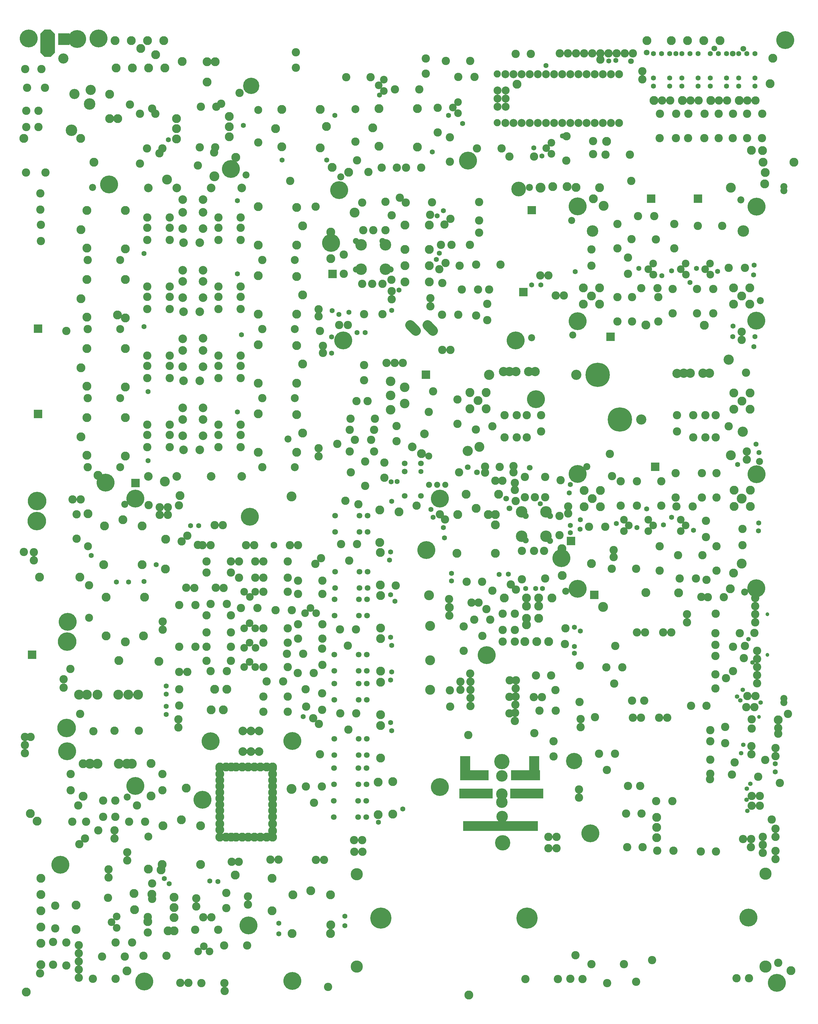
<source format=gbr>
%FSLAX34Y34*%
%MOMM*%
%LNSOLDERMASK_TOP*%
G71*
G01*
%ADD10C,2.600*%
%ADD11C,2.400*%
%ADD12C,2.800*%
%ADD13C,2.600*%
%ADD14C,5.100*%
%ADD15C,1.600*%
%ADD16C,3.600*%
%ADD17C,7.600*%
%ADD18C,3.200*%
%ADD19C,2.900*%
%ADD20C,2.600*%
%ADD21C,2.600*%
%ADD22C,5.600*%
%ADD23C,3.100*%
%ADD24C,2.400*%
%ADD25C,3.100*%
%ADD26C,3.600*%
%ADD27C,2.800*%
%ADD28C,3.000*%
%ADD29C,1.800*%
%ADD30C,1.600*%
%ADD31C,2.700*%
%ADD32C,2.700*%
%ADD33C,2.500*%
%ADD34C,4.600*%
%ADD35C,5.600*%
%ADD36C,2.700*%
%ADD37C,2.800*%
%ADD38C,2.100*%
%ADD39C,3.100*%
%ADD40C,2.800*%
%ADD41C,6.600*%
%ADD42C,3.600*%
%ADD43C,4.800*%
%ADD44C,5.100*%
%ADD45C,3.200*%
%ADD46C,3.100*%
%ADD47C,1.900*%
%ADD48C,2.500*%
%ADD49C,2.250*%
%ADD50C,1.800*%
%ADD51C,1.600*%
%ADD52C,1.200*%
%ADD53C,1.400*%
%ADD54C,3.800*%
%ADD55C,2.200*%
%ADD56C,5.800*%
%ADD57C,3.200*%
%ADD58C,2.800*%
%ADD59C,2.200*%
%ADD60C,1.900*%
%LPD*%
X1507673Y1681112D02*
G54D10*
D03*
X1507723Y1757362D02*
G54D10*
D03*
X1426679Y1677712D02*
G54D10*
D03*
X1426792Y1626731D02*
G54D10*
D03*
X1540979Y1652312D02*
G54D10*
D03*
X1541091Y1601332D02*
G54D10*
D03*
X1507689Y1452512D02*
G54D10*
D03*
X1507739Y1528762D02*
G54D10*
D03*
X1628410Y1709126D02*
G54D10*
D03*
X1552160Y1709176D02*
G54D10*
D03*
X1553369Y1528762D02*
G54D10*
D03*
X1553319Y1452512D02*
G54D10*
D03*
X1685472Y1681111D02*
G54D10*
D03*
X1685522Y1757361D02*
G54D10*
D03*
X1582804Y1556596D02*
G54D10*
D03*
X1680369Y1554162D02*
G54D10*
D03*
X1680319Y1477912D02*
G54D10*
D03*
X1756568Y1554162D02*
G54D10*
D03*
X1756518Y1477912D02*
G54D10*
D03*
X1807368Y1554162D02*
G54D10*
D03*
X1807318Y1477912D02*
G54D10*
D03*
X1906840Y1620207D02*
G54D10*
D03*
X1855860Y1620094D02*
G54D10*
D03*
X1835386Y1750930D02*
G54D10*
D03*
X1759136Y1750980D02*
G54D10*
D03*
X1620044Y1633537D02*
G54D11*
D03*
X1604144Y1615962D02*
G54D11*
D03*
X1620078Y1598346D02*
G54D11*
D03*
X1721644Y1633537D02*
G54D11*
D03*
X1705744Y1615962D02*
G54D11*
D03*
X1721678Y1598346D02*
G54D11*
D03*
X1797844Y1633537D02*
G54D11*
D03*
X1781944Y1615962D02*
G54D11*
D03*
X1797878Y1598346D02*
G54D11*
D03*
X1400944Y1557437D02*
G54D12*
D03*
X1451744Y1557437D02*
G54D12*
D03*
X1426344Y1532037D02*
G54D12*
D03*
X1451744Y1506637D02*
G54D12*
D03*
X1400944Y1506637D02*
G54D12*
D03*
X1870844Y1557437D02*
G54D12*
D03*
X1921644Y1557437D02*
G54D12*
D03*
X1896244Y1532037D02*
G54D12*
D03*
X1921644Y1506637D02*
G54D12*
D03*
X1870844Y1506637D02*
G54D12*
D03*
X1572370Y1781746D02*
G54D10*
D03*
X1623350Y1781859D02*
G54D10*
D03*
X1507689Y1452512D02*
G54D13*
D03*
X1383268Y1812130D02*
G54D14*
D03*
X1633604Y1556596D02*
G54D10*
D03*
X1635919Y1528762D02*
G54D10*
D03*
X1635869Y1452512D02*
G54D10*
D03*
X1464919Y1813912D02*
G54D10*
D03*
X1376144Y1608137D02*
G54D15*
D03*
X1553319Y1452512D02*
G54D13*
D03*
X1635869Y1452512D02*
G54D13*
D03*
X1680319Y1477912D02*
G54D13*
D03*
X1756518Y1477912D02*
G54D13*
D03*
X1943100Y1811337D02*
G54D14*
D03*
X1383268Y1453356D02*
G54D14*
D03*
X1942464Y1454943D02*
G54D14*
D03*
X1433294Y1735137D02*
G54D15*
D03*
X1430118Y1735138D02*
G54D16*
D03*
X1901843Y1735138D02*
G54D16*
D03*
X1515894Y1145896D02*
G54D17*
D03*
X1446044Y1285596D02*
G54D17*
D03*
X1379369Y1285596D02*
G54D18*
D03*
X1582569Y1145896D02*
G54D18*
D03*
X1170494Y1295696D02*
G54D19*
D03*
X1250494Y1295696D02*
G54D20*
D03*
X1715494Y1290696D02*
G54D20*
D03*
X1795494Y1290696D02*
G54D20*
D03*
X1250494Y1295696D02*
G54D19*
D03*
X1715494Y1290696D02*
G54D19*
D03*
X1795494Y1290696D02*
G54D12*
D03*
X1190494Y1295696D02*
G54D19*
D03*
X1230494Y1295696D02*
G54D19*
D03*
X1735494Y1290696D02*
G54D19*
D03*
X1775494Y1290696D02*
G54D19*
D03*
X1046069Y1179366D02*
G54D12*
D03*
X1046069Y1230166D02*
G54D12*
D03*
X1071469Y1204766D02*
G54D12*
D03*
X1096869Y1230166D02*
G54D12*
D03*
X1096869Y1179366D02*
G54D12*
D03*
X1046069Y1178096D02*
G54D21*
D03*
X1096869Y1178096D02*
G54D13*
D03*
X1871569Y1178096D02*
G54D12*
D03*
X1871569Y1228896D02*
G54D12*
D03*
X1896969Y1203496D02*
G54D12*
D03*
X1922369Y1228896D02*
G54D12*
D03*
X1922369Y1178096D02*
G54D12*
D03*
X1871569Y1178096D02*
G54D21*
D03*
X1922369Y1178096D02*
G54D13*
D03*
X1745026Y1089459D02*
G54D10*
D03*
X1745026Y1159309D02*
G54D10*
D03*
X1814876Y1089459D02*
G54D10*
D03*
X1814876Y1159309D02*
G54D10*
D03*
X1783126Y1159309D02*
G54D10*
D03*
X1783126Y1089459D02*
G54D10*
D03*
X1814877Y1089459D02*
G54D13*
D03*
X1814877Y1159309D02*
G54D13*
D03*
X1154476Y1089459D02*
G54D10*
D03*
X1154476Y1159309D02*
G54D10*
D03*
X1224326Y1089459D02*
G54D10*
D03*
X1224326Y1159310D02*
G54D10*
D03*
X1192576Y1159310D02*
G54D10*
D03*
X1192576Y1089460D02*
G54D10*
D03*
X1224327Y1089459D02*
G54D13*
D03*
X1224327Y1159310D02*
G54D13*
D03*
X1795494Y1290696D02*
G54D19*
D03*
X1268777Y1159309D02*
G54D21*
D03*
X1694227Y1159309D02*
G54D21*
D03*
X1909769Y1292421D02*
G54D21*
D03*
X1065219Y1114622D02*
G54D21*
D03*
X1046069Y1228896D02*
G54D13*
D03*
X1096869Y1228897D02*
G54D13*
D03*
X1871569Y1228896D02*
G54D13*
D03*
X1922369Y1228896D02*
G54D13*
D03*
X1922369Y1178096D02*
G54D13*
D03*
X1383268Y975518D02*
G54D14*
D03*
X1943100Y974725D02*
G54D22*
D03*
X1383268Y616743D02*
G54D22*
D03*
X1942464Y618330D02*
G54D14*
D03*
X1896843Y898525D02*
G54D23*
D03*
X706244Y1615597D02*
G54D24*
D03*
X782444Y1615597D02*
G54D24*
D03*
X782444Y1691797D02*
G54D24*
D03*
X706244Y1691797D02*
G54D24*
D03*
X782356Y1826820D02*
G54D10*
D03*
X782356Y1737920D02*
G54D10*
D03*
X744256Y1737920D02*
G54D10*
D03*
X712506Y1737920D02*
G54D10*
D03*
X772712Y1475030D02*
G54D10*
D03*
X709213Y1570280D02*
G54D10*
D03*
X740962Y1570280D02*
G54D10*
D03*
X772712Y1570280D02*
G54D10*
D03*
X801195Y1582568D02*
G54D10*
D03*
X709212Y1824280D02*
G54D10*
D03*
X826806Y1839520D02*
G54D10*
D03*
X989234Y1691830D02*
G54D10*
D03*
X1046384Y1691830D02*
G54D10*
D03*
X1075084Y1768030D02*
G54D10*
D03*
X1075084Y1825180D02*
G54D10*
D03*
X1014034Y1626207D02*
G54D10*
D03*
X960082Y1572326D02*
G54D10*
D03*
X1014034Y1626207D02*
G54D13*
D03*
X1141810Y1630258D02*
G54D10*
D03*
X1065560Y1630308D02*
G54D10*
D03*
X1141810Y1630259D02*
G54D13*
D03*
X1020984Y1552130D02*
G54D10*
D03*
X1071784Y1552130D02*
G54D10*
D03*
X1071784Y1552130D02*
G54D10*
D03*
X1100391Y1456024D02*
G54D10*
D03*
X1100279Y1507005D02*
G54D10*
D03*
X1100391Y1456024D02*
G54D10*
D03*
X1075084Y1729930D02*
G54D10*
D03*
X1106834Y1552130D02*
G54D10*
D03*
X956214Y1691830D02*
G54D10*
D03*
X967134Y1755330D02*
G54D10*
D03*
X843438Y1753836D02*
G54D12*
D03*
X919638Y1753836D02*
G54D12*
D03*
X843438Y1677636D02*
G54D12*
D03*
X843438Y1626836D02*
G54D12*
D03*
X843438Y1576036D02*
G54D12*
D03*
X919638Y1677636D02*
G54D12*
D03*
X919638Y1626836D02*
G54D12*
D03*
X919638Y1576036D02*
G54D12*
D03*
X919638Y1753836D02*
G54D10*
D03*
X1065889Y1471032D02*
G54D10*
D03*
X1009669Y1473277D02*
G54D10*
D03*
X1009669Y1473277D02*
G54D10*
D03*
X958869Y1473277D02*
G54D10*
D03*
G54D25*
X930821Y1423787D02*
X913143Y1441465D01*
G54D25*
X876846Y1423787D02*
X859168Y1441465D01*
X611981Y1697831D02*
G54D22*
D03*
X927894Y1824831D02*
G54D21*
D03*
X706244Y1691796D02*
G54D26*
D03*
X706244Y1615597D02*
G54D26*
D03*
X782444Y1615597D02*
G54D26*
D03*
X782444Y1691797D02*
G54D26*
D03*
X1284722Y857395D02*
G54D24*
D03*
X1208522Y857395D02*
G54D24*
D03*
X1208522Y781195D02*
G54D24*
D03*
X1284722Y781195D02*
G54D24*
D03*
X1208610Y646172D02*
G54D10*
D03*
X1208610Y735072D02*
G54D10*
D03*
X1246710Y735072D02*
G54D10*
D03*
X1278460Y735072D02*
G54D10*
D03*
X1281754Y966212D02*
G54D10*
D03*
X1218254Y966212D02*
G54D10*
D03*
X1281753Y902712D02*
G54D10*
D03*
X1250004Y902712D02*
G54D10*
D03*
X1218254Y902712D02*
G54D10*
D03*
X1189771Y890423D02*
G54D10*
D03*
X1281754Y648712D02*
G54D10*
D03*
X1329772Y956136D02*
G54D21*
D03*
X1284722Y781195D02*
G54D26*
D03*
X1284722Y857395D02*
G54D26*
D03*
X1208522Y857395D02*
G54D26*
D03*
X1208522Y781195D02*
G54D26*
D03*
X1005514Y727814D02*
G54D12*
D03*
X1008688Y848464D02*
G54D12*
D03*
X1126164Y727814D02*
G54D12*
D03*
X1126164Y848464D02*
G54D12*
D03*
X1065839Y867927D02*
G54D12*
D03*
X1008688Y848464D02*
G54D27*
D03*
X1034535Y912046D02*
G54D12*
D03*
X1136135Y912045D02*
G54D12*
D03*
X1223435Y587906D02*
G54D12*
D03*
X1223435Y562506D02*
G54D12*
D03*
X1261535Y562506D02*
G54D12*
D03*
X1261535Y524406D02*
G54D12*
D03*
X1187143Y538624D02*
G54D10*
D03*
X1187256Y487644D02*
G54D10*
D03*
X1187143Y538624D02*
G54D10*
D03*
X1149043Y538624D02*
G54D10*
D03*
X1149154Y487644D02*
G54D10*
D03*
X1149043Y538624D02*
G54D10*
D03*
X1261535Y587906D02*
G54D12*
D03*
X1034535Y912045D02*
G54D12*
D03*
X842493Y1246344D02*
G54D28*
D03*
X842493Y1195544D02*
G54D28*
D03*
X798043Y1220944D02*
G54D28*
D03*
X798043Y1176494D02*
G54D28*
D03*
X798043Y1265394D02*
G54D28*
D03*
X810743Y1322544D02*
G54D10*
D03*
X785343Y1322544D02*
G54D10*
D03*
X836143Y1322544D02*
G54D10*
D03*
X749658Y1147919D02*
G54D10*
D03*
X673408Y1147969D02*
G54D10*
D03*
X670716Y1113659D02*
G54D10*
D03*
X746966Y1113609D02*
G54D10*
D03*
X686650Y1082183D02*
G54D10*
D03*
X737630Y1082295D02*
G54D10*
D03*
X715493Y1316282D02*
G54D10*
D03*
X715493Y1268482D02*
G54D10*
D03*
X719103Y1014658D02*
G54D10*
D03*
X719053Y938408D02*
G54D10*
D03*
X778993Y963594D02*
G54D10*
D03*
X778993Y1011394D02*
G54D10*
D03*
X691549Y1203438D02*
G54D10*
D03*
X726649Y1203438D02*
G54D10*
D03*
X817093Y1077894D02*
G54D10*
D03*
X817093Y1125694D02*
G54D10*
D03*
X670771Y1046012D02*
G54D10*
D03*
X747021Y1045962D02*
G54D10*
D03*
X917968Y1169589D02*
G54D10*
D03*
X778993Y963594D02*
G54D10*
D03*
G36*
X922043Y1298714D02*
X922043Y1272714D01*
X896043Y1272714D01*
X896043Y1298714D01*
X922043Y1298714D01*
G37*
X893293Y1008132D02*
G54D29*
D03*
X893293Y982732D02*
G54D30*
D03*
X842493Y1008132D02*
G54D30*
D03*
X842493Y982732D02*
G54D29*
D03*
X893293Y906532D02*
G54D30*
D03*
X842493Y906532D02*
G54D30*
D03*
X895325Y1038898D02*
G54D12*
D03*
X879630Y876393D02*
G54D21*
D03*
X842493Y1008132D02*
G54D29*
D03*
X893293Y906532D02*
G54D29*
D03*
X842493Y906532D02*
G54D29*
D03*
X107502Y1059445D02*
G54D10*
D03*
X37652Y1059445D02*
G54D10*
D03*
X107502Y1129295D02*
G54D10*
D03*
X37652Y1129295D02*
G54D10*
D03*
X37652Y1097545D02*
G54D10*
D03*
X107502Y1097545D02*
G54D10*
D03*
X150910Y1050674D02*
G54D31*
D03*
X201892Y1050786D02*
G54D31*
D03*
X329752Y1059445D02*
G54D10*
D03*
X259902Y1059445D02*
G54D10*
D03*
X329752Y1129295D02*
G54D10*
D03*
X259902Y1129295D02*
G54D10*
D03*
X259902Y1097545D02*
G54D10*
D03*
X329752Y1097545D02*
G54D10*
D03*
X211975Y1094772D02*
G54D10*
D03*
X211862Y1145752D02*
G54D10*
D03*
X148475Y1094772D02*
G54D10*
D03*
X148362Y1145752D02*
G54D10*
D03*
X329752Y1129295D02*
G54D13*
D03*
X259902Y1129295D02*
G54D13*
D03*
X211862Y1145753D02*
G54D32*
D03*
X148362Y1145753D02*
G54D13*
D03*
X107502Y1129295D02*
G54D13*
D03*
X37652Y1129295D02*
G54D13*
D03*
X148475Y1094772D02*
G54D31*
D03*
X148362Y1145752D02*
G54D31*
D03*
X211862Y1145752D02*
G54D31*
D03*
X211975Y1094772D02*
G54D31*
D03*
X383965Y1163737D02*
G54D12*
D03*
X504615Y1160563D02*
G54D12*
D03*
X383965Y1043087D02*
G54D12*
D03*
X504615Y1043087D02*
G54D12*
D03*
X523428Y1103412D02*
G54D12*
D03*
X397472Y996808D02*
G54D33*
D03*
X499072Y996808D02*
G54D33*
D03*
X504615Y1160563D02*
G54D12*
D03*
X-31030Y1030998D02*
G54D12*
D03*
X-151680Y1034172D02*
G54D12*
D03*
X-31030Y1151649D02*
G54D12*
D03*
X-151680Y1151649D02*
G54D12*
D03*
X-170492Y1091324D02*
G54D12*
D03*
X-151679Y1034172D02*
G54D12*
D03*
X-151680Y1151649D02*
G54D12*
D03*
X-148628Y996808D02*
G54D33*
D03*
X-47028Y996808D02*
G54D33*
D03*
X397472Y996808D02*
G54D10*
D03*
X-148628Y996808D02*
G54D10*
D03*
X107502Y1275345D02*
G54D10*
D03*
X37652Y1275345D02*
G54D10*
D03*
X107502Y1345195D02*
G54D10*
D03*
X37652Y1345195D02*
G54D10*
D03*
X37652Y1313445D02*
G54D10*
D03*
X107502Y1313445D02*
G54D10*
D03*
X150910Y1266574D02*
G54D31*
D03*
X201892Y1266686D02*
G54D31*
D03*
X329752Y1275345D02*
G54D10*
D03*
X259902Y1275345D02*
G54D10*
D03*
X329752Y1345195D02*
G54D10*
D03*
X259902Y1345195D02*
G54D10*
D03*
X259902Y1313445D02*
G54D10*
D03*
X329752Y1313445D02*
G54D10*
D03*
X211975Y1310672D02*
G54D10*
D03*
X211862Y1361652D02*
G54D10*
D03*
X148475Y1310672D02*
G54D10*
D03*
X148362Y1361652D02*
G54D10*
D03*
X329752Y1345195D02*
G54D13*
D03*
X259902Y1345195D02*
G54D13*
D03*
X211862Y1361653D02*
G54D32*
D03*
X148362Y1361653D02*
G54D13*
D03*
X107502Y1345195D02*
G54D13*
D03*
X37652Y1345195D02*
G54D13*
D03*
X148475Y1310672D02*
G54D31*
D03*
X148362Y1361652D02*
G54D31*
D03*
X211862Y1361652D02*
G54D31*
D03*
X211975Y1310672D02*
G54D31*
D03*
X383965Y1379637D02*
G54D12*
D03*
X504615Y1376463D02*
G54D12*
D03*
X383965Y1258987D02*
G54D12*
D03*
X504615Y1258987D02*
G54D12*
D03*
X523428Y1319312D02*
G54D12*
D03*
X397472Y1212708D02*
G54D33*
D03*
X499072Y1212708D02*
G54D33*
D03*
X504615Y1376463D02*
G54D12*
D03*
X-31030Y1246898D02*
G54D12*
D03*
X-151680Y1250072D02*
G54D12*
D03*
X-31030Y1367548D02*
G54D12*
D03*
X-151680Y1367548D02*
G54D12*
D03*
X-170492Y1307224D02*
G54D12*
D03*
X-151679Y1250072D02*
G54D12*
D03*
X-151680Y1367548D02*
G54D12*
D03*
X-148628Y1212708D02*
G54D33*
D03*
X-47028Y1212708D02*
G54D33*
D03*
X397472Y1212708D02*
G54D10*
D03*
X-148628Y1212708D02*
G54D10*
D03*
X107502Y1491245D02*
G54D10*
D03*
X37652Y1491245D02*
G54D10*
D03*
X107502Y1561095D02*
G54D10*
D03*
X37652Y1561095D02*
G54D10*
D03*
X37652Y1529345D02*
G54D10*
D03*
X107502Y1529345D02*
G54D10*
D03*
X150910Y1482474D02*
G54D31*
D03*
X201892Y1482586D02*
G54D31*
D03*
X329752Y1491245D02*
G54D10*
D03*
X259902Y1491245D02*
G54D10*
D03*
X329752Y1561095D02*
G54D10*
D03*
X259902Y1561095D02*
G54D10*
D03*
X259902Y1529345D02*
G54D10*
D03*
X329752Y1529345D02*
G54D10*
D03*
X211975Y1526572D02*
G54D10*
D03*
X211862Y1577552D02*
G54D10*
D03*
X148475Y1526572D02*
G54D10*
D03*
X148362Y1577552D02*
G54D10*
D03*
X329752Y1561095D02*
G54D13*
D03*
X259902Y1561095D02*
G54D13*
D03*
X211862Y1577553D02*
G54D32*
D03*
X148362Y1577553D02*
G54D13*
D03*
X107502Y1561095D02*
G54D13*
D03*
X37652Y1561095D02*
G54D13*
D03*
X148475Y1526572D02*
G54D31*
D03*
X148362Y1577553D02*
G54D31*
D03*
X211862Y1577552D02*
G54D31*
D03*
X211975Y1526572D02*
G54D31*
D03*
X383965Y1595537D02*
G54D12*
D03*
X504615Y1592363D02*
G54D12*
D03*
X383965Y1474887D02*
G54D12*
D03*
X504615Y1474887D02*
G54D12*
D03*
X523428Y1535212D02*
G54D12*
D03*
X397472Y1428607D02*
G54D33*
D03*
X499072Y1428608D02*
G54D33*
D03*
X504615Y1592363D02*
G54D12*
D03*
X-31030Y1462798D02*
G54D12*
D03*
X-151680Y1465972D02*
G54D12*
D03*
X-31030Y1583448D02*
G54D12*
D03*
X-151680Y1583448D02*
G54D12*
D03*
X-170492Y1523124D02*
G54D12*
D03*
X-151679Y1465972D02*
G54D12*
D03*
X-151680Y1583448D02*
G54D12*
D03*
X-148628Y1428607D02*
G54D33*
D03*
X-47028Y1428608D02*
G54D33*
D03*
X397472Y1428608D02*
G54D10*
D03*
X-148628Y1428607D02*
G54D10*
D03*
X107502Y1707145D02*
G54D10*
D03*
X37652Y1707145D02*
G54D10*
D03*
X107502Y1776995D02*
G54D10*
D03*
X37652Y1776995D02*
G54D10*
D03*
X37652Y1745245D02*
G54D10*
D03*
X107502Y1745245D02*
G54D10*
D03*
X150910Y1698374D02*
G54D31*
D03*
X201892Y1698486D02*
G54D31*
D03*
X329752Y1707145D02*
G54D10*
D03*
X259902Y1707145D02*
G54D10*
D03*
X329752Y1776995D02*
G54D10*
D03*
X259902Y1776995D02*
G54D10*
D03*
X259902Y1745245D02*
G54D10*
D03*
X329752Y1745245D02*
G54D10*
D03*
X211975Y1742472D02*
G54D10*
D03*
X211862Y1793452D02*
G54D10*
D03*
X148475Y1742472D02*
G54D10*
D03*
X148362Y1793452D02*
G54D10*
D03*
X329752Y1776995D02*
G54D13*
D03*
X259902Y1776995D02*
G54D13*
D03*
X211862Y1793453D02*
G54D32*
D03*
X148362Y1793453D02*
G54D13*
D03*
X107502Y1776995D02*
G54D13*
D03*
X37652Y1776995D02*
G54D13*
D03*
X148475Y1742472D02*
G54D31*
D03*
X148362Y1793452D02*
G54D31*
D03*
X211862Y1793452D02*
G54D31*
D03*
X211975Y1742472D02*
G54D31*
D03*
X383965Y1811437D02*
G54D12*
D03*
X504615Y1808263D02*
G54D12*
D03*
X383965Y1690787D02*
G54D12*
D03*
X504615Y1690787D02*
G54D12*
D03*
X523428Y1751112D02*
G54D12*
D03*
X397472Y1644508D02*
G54D33*
D03*
X499072Y1644508D02*
G54D33*
D03*
X504615Y1808263D02*
G54D12*
D03*
X-31030Y1678698D02*
G54D12*
D03*
X-151680Y1681872D02*
G54D12*
D03*
X-31030Y1799348D02*
G54D12*
D03*
X-151680Y1799348D02*
G54D12*
D03*
X-170492Y1739024D02*
G54D12*
D03*
X-151679Y1681872D02*
G54D12*
D03*
X-151680Y1799348D02*
G54D12*
D03*
X-148628Y1644507D02*
G54D33*
D03*
X-47028Y1644508D02*
G54D33*
D03*
X397472Y1644508D02*
G54D10*
D03*
X-148628Y1644508D02*
G54D10*
D03*
X332626Y967772D02*
G54D31*
D03*
X332626Y967772D02*
G54D31*
D03*
X237376Y967772D02*
G54D31*
D03*
X237376Y967772D02*
G54D31*
D03*
X129426Y967772D02*
G54D31*
D03*
X129426Y967772D02*
G54D31*
D03*
X40526Y967772D02*
G54D31*
D03*
X40526Y967772D02*
G54D31*
D03*
X332626Y1869472D02*
G54D31*
D03*
X332626Y1869472D02*
G54D31*
D03*
X237376Y1869472D02*
G54D31*
D03*
X237376Y1869472D02*
G54D31*
D03*
X129426Y1869472D02*
G54D31*
D03*
X129426Y1869472D02*
G54D31*
D03*
X40526Y1869472D02*
G54D31*
D03*
X40526Y1869472D02*
G54D31*
D03*
X-216110Y1422942D02*
G54D21*
D03*
X577640Y1422942D02*
G54D21*
D03*
X1189593Y1393030D02*
G54D22*
D03*
X1199117Y1866105D02*
G54D34*
D03*
X649842Y1393030D02*
G54D22*
D03*
X637142Y1862931D02*
G54D22*
D03*
X28789Y590256D02*
G54D12*
D03*
X25615Y469606D02*
G54D12*
D03*
X-91860Y590256D02*
G54D12*
D03*
X-91860Y469606D02*
G54D12*
D03*
X-31536Y450794D02*
G54D12*
D03*
X-99410Y692125D02*
G54D12*
D03*
X-96236Y812775D02*
G54D12*
D03*
X21240Y692125D02*
G54D12*
D03*
X21239Y812775D02*
G54D12*
D03*
X-39086Y832062D02*
G54D12*
D03*
X-144490Y627549D02*
G54D33*
D03*
X-144490Y525949D02*
G54D33*
D03*
X-144490Y627549D02*
G54D10*
D03*
X-148288Y850744D02*
G54D33*
D03*
X-148288Y749144D02*
G54D33*
D03*
X-148288Y850744D02*
G54D10*
D03*
X-148288Y850744D02*
G54D12*
D03*
X25615Y469606D02*
G54D12*
D03*
X21239Y812775D02*
G54D12*
D03*
X-96236Y812775D02*
G54D12*
D03*
X21239Y812775D02*
G54D12*
D03*
X0Y898525D02*
G54D14*
D03*
X952500Y898525D02*
G54D14*
D03*
X0Y0D02*
G54D14*
D03*
X952500Y-3175D02*
G54D22*
D03*
X1036555Y638206D02*
G54D10*
D03*
X1084355Y638205D02*
G54D10*
D03*
X1036555Y638206D02*
G54D10*
D03*
X1945151Y422615D02*
G54D21*
D03*
X1945152Y397215D02*
G54D21*
D03*
X1927688Y208302D02*
G54D21*
D03*
X1927689Y179727D02*
G54D21*
D03*
X1913967Y281365D02*
G54D21*
D03*
X1939367Y281366D02*
G54D21*
D03*
X918533Y596024D02*
G54D23*
D03*
X921708Y500774D02*
G54D23*
D03*
X921708Y392824D02*
G54D23*
D03*
X921708Y300749D02*
G54D23*
D03*
X491139Y140286D02*
G54D35*
D03*
X235438Y140186D02*
G54D35*
D03*
X336164Y172111D02*
G54D36*
D03*
X361538Y171986D02*
G54D36*
D03*
X386982Y172011D02*
G54D36*
D03*
X584244Y238370D02*
G54D10*
D03*
X584069Y289362D02*
G54D10*
D03*
X286314Y302236D02*
G54D37*
D03*
X236914Y238136D02*
G54D37*
D03*
X274914Y238136D02*
G54D37*
D03*
X248214Y302236D02*
G54D37*
D03*
X137038Y251386D02*
G54D10*
D03*
X136914Y302302D02*
G54D10*
D03*
X400564Y279961D02*
G54D10*
D03*
X476814Y279911D02*
G54D10*
D03*
X134464Y183261D02*
G54D10*
D03*
X134464Y208761D02*
G54D10*
D03*
X400564Y232336D02*
G54D10*
D03*
X476813Y232286D02*
G54D10*
D03*
X375164Y651436D02*
G54D10*
D03*
X324247Y651311D02*
G54D10*
D03*
X340238Y606986D02*
G54D11*
D03*
X357814Y591086D02*
G54D11*
D03*
X375430Y607021D02*
G54D11*
D03*
X346588Y753036D02*
G54D10*
D03*
X372014Y753086D02*
G54D10*
D03*
X400564Y606986D02*
G54D10*
D03*
X476738Y606986D02*
G54D10*
D03*
X222764Y667311D02*
G54D10*
D03*
X299014Y667261D02*
G54D10*
D03*
X381514Y556186D02*
G54D10*
D03*
X330597Y556061D02*
G54D10*
D03*
X375164Y492686D02*
G54D11*
D03*
X357564Y508586D02*
G54D11*
D03*
X339972Y492652D02*
G54D11*
D03*
X375538Y432286D02*
G54D11*
D03*
X357564Y448261D02*
G54D11*
D03*
X339972Y432326D02*
G54D11*
D03*
X400564Y492686D02*
G54D10*
D03*
X476738Y492686D02*
G54D10*
D03*
X375163Y371986D02*
G54D11*
D03*
X357564Y387936D02*
G54D11*
D03*
X339972Y372001D02*
G54D11*
D03*
X222764Y435536D02*
G54D10*
D03*
X299014Y435486D02*
G54D10*
D03*
X222972Y391357D02*
G54D10*
D03*
X299222Y391307D02*
G54D10*
D03*
X400564Y372036D02*
G54D10*
D03*
X476838Y371986D02*
G54D10*
D03*
X461884Y327246D02*
G54D10*
D03*
X410968Y327121D02*
G54D10*
D03*
X400564Y448236D02*
G54D10*
D03*
X476814Y448186D02*
G54D10*
D03*
X557839Y353386D02*
G54D21*
D03*
X532855Y302454D02*
G54D21*
D03*
X507956Y353500D02*
G54D21*
D03*
X565664Y540311D02*
G54D11*
D03*
X547863Y556111D02*
G54D11*
D03*
X530473Y540276D02*
G54D11*
D03*
X210064Y753036D02*
G54D10*
D03*
X235638Y752986D02*
G54D10*
D03*
X508514Y641911D02*
G54D10*
D03*
X584764Y641861D02*
G54D10*
D03*
X508514Y600636D02*
G54D10*
D03*
X584764Y600586D02*
G54D10*
D03*
X489464Y549836D02*
G54D10*
D03*
X438547Y549711D02*
G54D10*
D03*
X508514Y505386D02*
G54D10*
D03*
X584764Y505336D02*
G54D10*
D03*
X584664Y378361D02*
G54D10*
D03*
X584551Y429342D02*
G54D10*
D03*
X584713Y460936D02*
G54D10*
D03*
X508438Y460986D02*
G54D10*
D03*
X159314Y619711D02*
G54D10*
D03*
X184176Y619398D02*
G54D10*
D03*
X187838Y435536D02*
G54D10*
D03*
X136864Y435386D02*
G54D10*
D03*
X222764Y479986D02*
G54D10*
D03*
X299014Y479936D02*
G54D10*
D03*
X286264Y359336D02*
G54D10*
D03*
X235288Y359186D02*
G54D10*
D03*
X162864Y356186D02*
G54D10*
D03*
X137564Y356486D02*
G54D10*
D03*
X187838Y565711D02*
G54D10*
D03*
X136864Y565611D02*
G54D10*
D03*
X508514Y753036D02*
G54D10*
D03*
X483038Y753036D02*
G54D10*
D03*
X222764Y533961D02*
G54D10*
D03*
X299014Y533911D02*
G54D10*
D03*
X286238Y568911D02*
G54D10*
D03*
X235338Y568711D02*
G54D10*
D03*
X251338Y619686D02*
G54D10*
D03*
X276238Y619386D02*
G54D10*
D03*
X400564Y651436D02*
G54D10*
D03*
X476738Y651436D02*
G54D10*
D03*
X400564Y702236D02*
G54D10*
D03*
X476738Y702286D02*
G54D10*
D03*
X222738Y702286D02*
G54D10*
D03*
X298939Y702286D02*
G54D10*
D03*
X375164Y702236D02*
G54D10*
D03*
X324247Y702111D02*
G54D10*
D03*
X433788Y753036D02*
G54D38*
D03*
X473864Y413622D02*
G54D10*
D03*
X524844Y413734D02*
G54D10*
D03*
X533963Y248161D02*
G54D10*
D03*
X387038Y107686D02*
G54D36*
D03*
X361738Y107886D02*
G54D36*
D03*
X336251Y107818D02*
G54D36*
D03*
X724288Y96375D02*
G54D30*
D03*
X698888Y96375D02*
G54D30*
D03*
X724288Y147175D02*
G54D30*
D03*
X698888Y147175D02*
G54D30*
D03*
X622688Y96375D02*
G54D29*
D03*
X622688Y147175D02*
G54D30*
D03*
X766897Y87492D02*
G54D12*
D03*
X766897Y189092D02*
G54D12*
D03*
X805090Y13382D02*
G54D12*
D03*
X724288Y269810D02*
G54D30*
D03*
X698888Y269810D02*
G54D30*
D03*
X724288Y320610D02*
G54D30*
D03*
X698888Y320610D02*
G54D30*
D03*
X622688Y269810D02*
G54D30*
D03*
X622688Y320610D02*
G54D30*
D03*
X691188Y227180D02*
G54D21*
D03*
X666205Y176248D02*
G54D21*
D03*
X641306Y227294D02*
G54D21*
D03*
X726670Y619060D02*
G54D30*
D03*
X701270Y619060D02*
G54D30*
D03*
X726670Y669860D02*
G54D30*
D03*
X701270Y669860D02*
G54D30*
D03*
X625070Y619060D02*
G54D30*
D03*
X625070Y669860D02*
G54D30*
D03*
X726670Y794478D02*
G54D30*
D03*
X701270Y794478D02*
G54D30*
D03*
X726670Y845278D02*
G54D30*
D03*
X701270Y845278D02*
G54D30*
D03*
X625070Y794478D02*
G54D30*
D03*
X625070Y845278D02*
G54D30*
D03*
X693570Y755817D02*
G54D21*
D03*
X668586Y704885D02*
G54D21*
D03*
X643687Y755932D02*
G54D21*
D03*
X689601Y489514D02*
G54D21*
D03*
X664618Y438582D02*
G54D21*
D03*
X639718Y489628D02*
G54D21*
D03*
X725082Y532541D02*
G54D30*
D03*
X699682Y532541D02*
G54D30*
D03*
X725082Y583341D02*
G54D30*
D03*
X699682Y583341D02*
G54D30*
D03*
X623482Y532541D02*
G54D30*
D03*
X623482Y583341D02*
G54D30*
D03*
X723495Y360297D02*
G54D30*
D03*
X698095Y360297D02*
G54D30*
D03*
X723495Y411097D02*
G54D30*
D03*
X698095Y411097D02*
G54D30*
D03*
X621895Y360297D02*
G54D30*
D03*
X621895Y411097D02*
G54D30*
D03*
X766897Y222826D02*
G54D12*
D03*
X766897Y324426D02*
G54D12*
D03*
X767294Y358954D02*
G54D12*
D03*
X767294Y460554D02*
G54D12*
D03*
X767294Y493495D02*
G54D12*
D03*
X767294Y595094D02*
G54D12*
D03*
X766104Y628036D02*
G54D12*
D03*
X766104Y729635D02*
G54D12*
D03*
X764516Y761386D02*
G54D12*
D03*
X764516Y862985D02*
G54D12*
D03*
X814789Y626830D02*
G54D21*
D03*
X577458Y98986D02*
G54D21*
D03*
X622688Y147175D02*
G54D29*
D03*
X698888Y96375D02*
G54D29*
D03*
X724288Y96375D02*
G54D29*
D03*
X698888Y147175D02*
G54D29*
D03*
X724288Y147175D02*
G54D29*
D03*
X622688Y269810D02*
G54D29*
D03*
X622688Y320610D02*
G54D29*
D03*
X698888Y269810D02*
G54D29*
D03*
X724288Y269810D02*
G54D29*
D03*
X724288Y320610D02*
G54D29*
D03*
X698889Y320609D02*
G54D29*
D03*
X698095Y360297D02*
G54D29*
D03*
X723495Y360297D02*
G54D29*
D03*
X723495Y411097D02*
G54D29*
D03*
X698095Y411097D02*
G54D29*
D03*
X621895Y360297D02*
G54D29*
D03*
X621895Y411097D02*
G54D29*
D03*
X623482Y532541D02*
G54D29*
D03*
X699682Y532541D02*
G54D29*
D03*
X623482Y583341D02*
G54D29*
D03*
X699682Y583341D02*
G54D29*
D03*
X725082Y583341D02*
G54D29*
D03*
X725082Y532541D02*
G54D29*
D03*
X625070Y619060D02*
G54D29*
D03*
X625070Y669860D02*
G54D29*
D03*
X701270Y619060D02*
G54D29*
D03*
X726670Y619060D02*
G54D29*
D03*
X726670Y669860D02*
G54D29*
D03*
X701270Y669860D02*
G54D29*
D03*
X625070Y794478D02*
G54D29*
D03*
X625070Y845278D02*
G54D29*
D03*
X701270Y794478D02*
G54D29*
D03*
X726670Y794478D02*
G54D29*
D03*
X726670Y845278D02*
G54D29*
D03*
X701270Y845278D02*
G54D29*
D03*
X689601Y489514D02*
G54D21*
D03*
X693570Y755817D02*
G54D21*
D03*
X722304Y-97298D02*
G54D30*
D03*
X696904Y-97298D02*
G54D30*
D03*
X722304Y-46498D02*
G54D30*
D03*
X696904Y-46498D02*
G54D30*
D03*
X620704Y-97298D02*
G54D29*
D03*
X620704Y-46498D02*
G54D30*
D03*
X620704Y-46498D02*
G54D29*
D03*
X696904Y-97298D02*
G54D29*
D03*
X722304Y-97298D02*
G54D29*
D03*
X696904Y-46498D02*
G54D29*
D03*
X722304Y-46498D02*
G54D29*
D03*
X583635Y-1420D02*
G54D21*
D03*
X558652Y-52352D02*
G54D21*
D03*
X533753Y-1306D02*
G54D21*
D03*
X759052Y12192D02*
G54D12*
D03*
X759052Y-89408D02*
G54D12*
D03*
X805090Y13382D02*
G54D12*
D03*
X805090Y-88218D02*
G54D12*
D03*
X723098Y5096D02*
G54D30*
D03*
X697698Y5096D02*
G54D30*
D03*
X723098Y55896D02*
G54D30*
D03*
X697698Y55896D02*
G54D30*
D03*
X621498Y5096D02*
G54D29*
D03*
X621497Y55896D02*
G54D30*
D03*
X621497Y55896D02*
G54D29*
D03*
X697698Y5096D02*
G54D29*
D03*
X723098Y5096D02*
G54D29*
D03*
X697697Y55896D02*
G54D29*
D03*
X723098Y55896D02*
G54D29*
D03*
X488598Y905018D02*
G54D39*
D03*
X488598Y-9382D02*
G54D23*
D03*
X429583Y-58026D02*
G54D40*
D03*
X429583Y-38976D02*
G54D40*
D03*
X429583Y-19926D02*
G54D40*
D03*
X429583Y-876D02*
G54D40*
D03*
X429583Y18174D02*
G54D40*
D03*
X429583Y37224D02*
G54D40*
D03*
X429583Y56274D02*
G54D40*
D03*
X429583Y-77076D02*
G54D40*
D03*
X429583Y-96126D02*
G54D40*
D03*
X429583Y-118351D02*
G54D40*
D03*
X94898Y771668D02*
G54D12*
D03*
X824514Y857225D02*
G54D12*
D03*
X715563Y1475030D02*
G54D10*
D03*
X1345542Y492976D02*
G54D10*
D03*
X1938802Y562315D02*
G54D21*
D03*
X1938802Y536915D02*
G54D21*
D03*
X1938802Y511515D02*
G54D21*
D03*
X1267646Y1870446D02*
G54D23*
D03*
X1863011Y1870277D02*
G54D23*
D03*
X1863010Y1033664D02*
G54D12*
D03*
X1451796Y1870446D02*
G54D12*
D03*
X1350196Y1873621D02*
G54D12*
D03*
X1305746Y1873621D02*
G54D12*
D03*
X-183356Y849312D02*
G54D10*
D03*
X-183406Y773062D02*
G54D10*
D03*
X-183406Y773062D02*
G54D13*
D03*
X-196291Y895740D02*
G54D10*
D03*
X-170816Y895741D02*
G54D10*
D03*
X664880Y1441058D02*
G54D10*
D03*
X637893Y1441058D02*
G54D10*
D03*
X801406Y1547420D02*
G54D10*
D03*
X801406Y1522020D02*
G54D10*
D03*
X801406Y1487095D02*
G54D15*
D03*
X636306Y1474395D02*
G54D15*
D03*
X1896780Y1420420D02*
G54D10*
D03*
X1896780Y1395020D02*
G54D10*
D03*
X1869678Y1438116D02*
G54D15*
D03*
X1912656Y1045770D02*
G54D10*
D03*
X1912656Y1020370D02*
G54D10*
D03*
X1941294Y1068387D02*
G54D15*
D03*
X1353856Y874320D02*
G54D10*
D03*
X1353856Y852095D02*
G54D10*
D03*
X1357094Y915987D02*
G54D15*
D03*
X1360268Y814387D02*
G54D15*
D03*
X968455Y833513D02*
G54D10*
D03*
X952739Y849229D02*
G54D10*
D03*
X963394Y808037D02*
G54D15*
D03*
X931644Y839787D02*
G54D15*
D03*
X1190263Y614050D02*
G54D10*
D03*
X1174548Y629765D02*
G54D10*
D03*
X1166594Y661987D02*
G54D15*
D03*
X1220568Y617537D02*
G54D15*
D03*
X668056Y1480745D02*
G54D15*
D03*
X1868206Y1404545D02*
G54D15*
D03*
X1938056Y1404545D02*
G54D15*
D03*
X1934944Y1373187D02*
G54D15*
D03*
X1950756Y1042595D02*
G54D15*
D03*
X1884144Y1004887D02*
G54D15*
D03*
X693456Y1417245D02*
G54D15*
D03*
X718856Y1417245D02*
G54D15*
D03*
X1360206Y942582D02*
G54D15*
D03*
X1360206Y791770D02*
G54D15*
D03*
X1137956Y661595D02*
G54D15*
D03*
X1252256Y617145D02*
G54D15*
D03*
X924437Y864795D02*
G54D15*
D03*
X966506Y775895D02*
G54D15*
D03*
X1272956Y617537D02*
G54D15*
D03*
X-53710Y285429D02*
G54D23*
D03*
X-118797Y285429D02*
G54D23*
D03*
X-51328Y69529D02*
G54D23*
D03*
X-118400Y69529D02*
G54D23*
D03*
X-22356Y285429D02*
G54D23*
D03*
X-151738Y285429D02*
G54D23*
D03*
X-10847Y69529D02*
G54D23*
D03*
X-64969Y172726D02*
G54D10*
D03*
X11281Y172676D02*
G54D10*
D03*
X-172679Y225081D02*
G54D10*
D03*
X-131497Y171129D02*
G54D10*
D03*
X48857Y70362D02*
G54D12*
D03*
X48857Y-31237D02*
G54D12*
D03*
X-163247Y69529D02*
G54D12*
D03*
X-163247Y-32071D02*
G54D12*
D03*
X84763Y37312D02*
G54D10*
D03*
X84875Y-13669D02*
G54D10*
D03*
X-202574Y37312D02*
G54D10*
D03*
X-202462Y-13669D02*
G54D10*
D03*
X-178857Y-60914D02*
G54D21*
D03*
X-153958Y-111960D02*
G54D21*
D03*
X-19691Y-111846D02*
G54D21*
D03*
X5293Y-60914D02*
G54D21*
D03*
X30192Y-111960D02*
G54D21*
D03*
X-62874Y-45239D02*
G54D10*
D03*
X-62762Y-96220D02*
G54D10*
D03*
X-100974Y-45239D02*
G54D10*
D03*
X-100862Y-96220D02*
G54D10*
D03*
X-64919Y-138474D02*
G54D10*
D03*
X-115719Y-138474D02*
G54D10*
D03*
X-175947Y285429D02*
G54D23*
D03*
X8203Y285429D02*
G54D23*
D03*
X-197491Y-111846D02*
G54D21*
D03*
X134464Y208761D02*
G54D10*
D03*
X-224311Y307880D02*
G54D10*
D03*
X-224312Y333380D02*
G54D10*
D03*
X767998Y-412607D02*
G54D12*
D03*
X1225198Y-412607D02*
G54D41*
D03*
X578272Y1994824D02*
G54D12*
D03*
X457622Y1997998D02*
G54D12*
D03*
X578272Y2115474D02*
G54D12*
D03*
X457622Y2115474D02*
G54D12*
D03*
X438810Y2055150D02*
G54D12*
D03*
X457622Y1997998D02*
G54D12*
D03*
X384194Y2113356D02*
G54D33*
D03*
X384194Y2011756D02*
G54D10*
D03*
X457622Y1997998D02*
G54D12*
D03*
X882298Y1997218D02*
G54D12*
D03*
X761648Y2000392D02*
G54D12*
D03*
X882298Y2117868D02*
G54D12*
D03*
X761648Y2117868D02*
G54D12*
D03*
X742836Y2057543D02*
G54D12*
D03*
X761648Y2000392D02*
G54D12*
D03*
X688220Y2115750D02*
G54D33*
D03*
X688220Y2014150D02*
G54D10*
D03*
X761648Y2000392D02*
G54D12*
D03*
X-129354Y1949821D02*
G54D12*
D03*
X-200006Y2049856D02*
G54D42*
D03*
X299020Y1929053D02*
G54D22*
D03*
X-81980Y1880634D02*
G54D22*
D03*
X-93092Y948772D02*
G54D14*
D03*
X92307Y951815D02*
G54D39*
D03*
X98831Y1895810D02*
G54D39*
D03*
X247629Y1905716D02*
G54D39*
D03*
X83581Y-244962D02*
G54D12*
D03*
X86755Y-124312D02*
G54D12*
D03*
X204231Y-244962D02*
G54D12*
D03*
X204231Y-124312D02*
G54D12*
D03*
X143906Y-105500D02*
G54D12*
D03*
X86754Y-124312D02*
G54D12*
D03*
X204231Y-124312D02*
G54D12*
D03*
X40394Y-259543D02*
G54D33*
D03*
X40394Y-157944D02*
G54D33*
D03*
X1398272Y-603826D02*
G54D10*
D03*
X1321972Y-603827D02*
G54D10*
D03*
X1360172Y-603032D02*
G54D10*
D03*
X767998Y-412607D02*
G54D41*
D03*
X1880772Y-601048D02*
G54D10*
D03*
X1918972Y-601047D02*
G54D10*
D03*
X1007593Y1132044D02*
G54D10*
D03*
X951030Y1615701D02*
G54D10*
D03*
X970648Y1635320D02*
G54D10*
D03*
X1007593Y1208244D02*
G54D10*
D03*
X931393Y1233644D02*
G54D10*
D03*
X631428Y1069816D02*
G54D10*
D03*
X656828Y892016D02*
G54D10*
D03*
X96556Y223445D02*
G54D15*
D03*
X96556Y248845D02*
G54D15*
D03*
X144580Y764801D02*
G54D10*
D03*
X162611Y782832D02*
G54D10*
D03*
X172756Y813995D02*
G54D15*
D03*
X198156Y813995D02*
G54D15*
D03*
X489981Y-460862D02*
G54D12*
D03*
X493155Y-340212D02*
G54D12*
D03*
X610631Y-460862D02*
G54D12*
D03*
X610631Y-340212D02*
G54D12*
D03*
X493154Y-340212D02*
G54D12*
D03*
X610631Y-340212D02*
G54D12*
D03*
X427421Y-389999D02*
G54D33*
D03*
X427421Y-288399D02*
G54D33*
D03*
X190210Y-351483D02*
G54D10*
D03*
X190210Y-376983D02*
G54D10*
D03*
X1145968Y76734D02*
G54D43*
D03*
G36*
X1048517Y49152D02*
X1104517Y49152D01*
X1104517Y18152D01*
X1048517Y18152D01*
X1048517Y49152D01*
G37*
G36*
X1210043Y49152D02*
X1266043Y49152D01*
X1266043Y18152D01*
X1210043Y18152D01*
X1210043Y49152D01*
G37*
G36*
X1061608Y-7998D02*
X1117608Y-7998D01*
X1117608Y-38998D01*
X1061608Y-38998D01*
X1061608Y-7998D01*
G37*
G36*
X1172341Y-7997D02*
X1228341Y-7997D01*
X1228341Y-38997D01*
X1172341Y-38997D01*
X1172341Y-7997D01*
G37*
G36*
X1075902Y-109598D02*
X1131902Y-109598D01*
X1131902Y-140598D01*
X1075902Y-140598D01*
X1075902Y-109598D01*
G37*
G36*
X1156463Y-109597D02*
X1212463Y-109597D01*
X1212463Y-140597D01*
X1156463Y-140597D01*
X1156463Y-109597D01*
G37*
G36*
X1117968Y-109598D02*
X1173968Y-109598D01*
X1173968Y-140598D01*
X1117968Y-140598D01*
X1117968Y-109598D01*
G37*
X1149143Y-177266D02*
G54D43*
D03*
X-333772Y2336800D02*
G54D22*
D03*
X361950Y2189162D02*
G54D44*
D03*
X1423194Y-148432D02*
G54D22*
D03*
X-234950Y-246063D02*
G54D22*
D03*
X293699Y2092702D02*
G54D12*
D03*
X293699Y2060952D02*
G54D12*
D03*
X293699Y2029202D02*
G54D12*
D03*
X201849Y1996597D02*
G54D10*
D03*
X249649Y1996597D02*
G54D10*
D03*
X205024Y2123596D02*
G54D10*
D03*
X252824Y2123597D02*
G54D10*
D03*
X128599Y2086352D02*
G54D12*
D03*
X128599Y2054602D02*
G54D12*
D03*
X128599Y2022852D02*
G54D12*
D03*
X36749Y1993422D02*
G54D10*
D03*
X84549Y1993422D02*
G54D10*
D03*
X14524Y2101372D02*
G54D10*
D03*
X62324Y2101372D02*
G54D10*
D03*
X121447Y-411638D02*
G54D12*
D03*
X121447Y-379888D02*
G54D12*
D03*
X121448Y-348138D02*
G54D12*
D03*
X52210Y-304850D02*
G54D10*
D03*
X52210Y-352650D02*
G54D10*
D03*
X40394Y-259543D02*
G54D12*
D03*
X427421Y-389999D02*
G54D12*
D03*
X950694Y1665287D02*
G54D15*
D03*
X941106Y1645845D02*
G54D15*
D03*
X967134Y1755330D02*
G54D10*
D03*
X985165Y1773362D02*
G54D10*
D03*
X963394Y1798637D02*
G54D15*
D03*
X944281Y1782370D02*
G54D15*
D03*
X-83818Y-260345D02*
G54D10*
D03*
X-142856Y2132406D02*
G54D42*
D03*
X-60440Y2244868D02*
G54D12*
D03*
X-9640Y2244868D02*
G54D12*
D03*
X41160Y2244868D02*
G54D12*
D03*
X91960Y2244868D02*
G54D12*
D03*
X-225540Y2274633D02*
G54D45*
D03*
X211862Y1577552D02*
G54D31*
D03*
X148362Y1361652D02*
G54D31*
D03*
X211862Y1361653D02*
G54D31*
D03*
X148362Y1145752D02*
G54D31*
D03*
X211862Y1145752D02*
G54D31*
D03*
X824425Y1550595D02*
G54D15*
D03*
X1818059Y749349D02*
G54D10*
D03*
X1818009Y673098D02*
G54D10*
D03*
X1899052Y752749D02*
G54D10*
D03*
X1898940Y803730D02*
G54D10*
D03*
X1784753Y778149D02*
G54D10*
D03*
X1784640Y829130D02*
G54D10*
D03*
X1818043Y977949D02*
G54D10*
D03*
X1817993Y901698D02*
G54D10*
D03*
X1697322Y721335D02*
G54D10*
D03*
X1773572Y721285D02*
G54D10*
D03*
X1772363Y901698D02*
G54D10*
D03*
X1772413Y977949D02*
G54D10*
D03*
X1640260Y749350D02*
G54D10*
D03*
X1640210Y673100D02*
G54D10*
D03*
X1742928Y873865D02*
G54D10*
D03*
X1645363Y876298D02*
G54D10*
D03*
X1645413Y952549D02*
G54D10*
D03*
X1569163Y876298D02*
G54D10*
D03*
X1569213Y952549D02*
G54D10*
D03*
X1518363Y876298D02*
G54D10*
D03*
X1518413Y952549D02*
G54D10*
D03*
X1418892Y810254D02*
G54D10*
D03*
X1469872Y810367D02*
G54D10*
D03*
X1490346Y679530D02*
G54D10*
D03*
X1566596Y679481D02*
G54D10*
D03*
X1705688Y796924D02*
G54D11*
D03*
X1721588Y814499D02*
G54D11*
D03*
X1705654Y832114D02*
G54D11*
D03*
X1604088Y796924D02*
G54D11*
D03*
X1619988Y814498D02*
G54D11*
D03*
X1604053Y832114D02*
G54D11*
D03*
X1527888Y796924D02*
G54D11*
D03*
X1543788Y814499D02*
G54D11*
D03*
X1527853Y832115D02*
G54D11*
D03*
X1923200Y873818D02*
G54D12*
D03*
X1872400Y873818D02*
G54D12*
D03*
X1897800Y899218D02*
G54D12*
D03*
X1872400Y924618D02*
G54D12*
D03*
X1923200Y924618D02*
G54D12*
D03*
X1454888Y873024D02*
G54D12*
D03*
X1404088Y873024D02*
G54D12*
D03*
X1429488Y898424D02*
G54D12*
D03*
X1404088Y923824D02*
G54D12*
D03*
X1454888Y923824D02*
G54D12*
D03*
X1753362Y648714D02*
G54D10*
D03*
X1702382Y648602D02*
G54D10*
D03*
X1818043Y977949D02*
G54D13*
D03*
X1942464Y618330D02*
G54D14*
D03*
X1692128Y873865D02*
G54D10*
D03*
X1689813Y901699D02*
G54D10*
D03*
X1689863Y977949D02*
G54D10*
D03*
X1949588Y822324D02*
G54D15*
D03*
X1772413Y977949D02*
G54D13*
D03*
X1689863Y977949D02*
G54D13*
D03*
X1645413Y952549D02*
G54D13*
D03*
X1569213Y952549D02*
G54D13*
D03*
X1383267Y975518D02*
G54D14*
D03*
X1863010Y1033665D02*
G54D46*
D03*
X1391988Y832724D02*
G54D15*
D03*
X1896244Y695425D02*
G54D46*
D03*
X1426344Y695425D02*
G54D37*
D03*
X1462722Y560184D02*
G54D46*
D03*
X1507672Y1681112D02*
G54D10*
D03*
X1507722Y1757362D02*
G54D10*
D03*
X1426679Y1677712D02*
G54D10*
D03*
X1426791Y1626732D02*
G54D10*
D03*
X1540978Y1652312D02*
G54D10*
D03*
X1541090Y1601332D02*
G54D10*
D03*
X1507688Y1452513D02*
G54D10*
D03*
X1507738Y1528763D02*
G54D10*
D03*
X1628409Y1709126D02*
G54D10*
D03*
X1552159Y1709176D02*
G54D10*
D03*
X1553368Y1528762D02*
G54D10*
D03*
X1553318Y1452513D02*
G54D10*
D03*
X1685472Y1681112D02*
G54D10*
D03*
X1685521Y1757362D02*
G54D10*
D03*
X1582803Y1556596D02*
G54D10*
D03*
X1680368Y1554163D02*
G54D10*
D03*
X1680318Y1477913D02*
G54D10*
D03*
X1756568Y1554162D02*
G54D10*
D03*
X1756518Y1477912D02*
G54D10*
D03*
X1807368Y1554162D02*
G54D10*
D03*
X1807318Y1477912D02*
G54D10*
D03*
X1906840Y1620207D02*
G54D10*
D03*
X1855859Y1620094D02*
G54D10*
D03*
X1835384Y1750930D02*
G54D10*
D03*
X1759135Y1750980D02*
G54D10*
D03*
X1620043Y1633538D02*
G54D11*
D03*
X1604143Y1615963D02*
G54D11*
D03*
X1620077Y1598347D02*
G54D11*
D03*
X1721643Y1633538D02*
G54D11*
D03*
X1705743Y1615962D02*
G54D11*
D03*
X1721678Y1598347D02*
G54D11*
D03*
X1797843Y1633538D02*
G54D11*
D03*
X1781943Y1615962D02*
G54D11*
D03*
X1797878Y1598347D02*
G54D11*
D03*
X1400943Y1557438D02*
G54D12*
D03*
X1451743Y1557438D02*
G54D12*
D03*
X1426343Y1532038D02*
G54D12*
D03*
X1451743Y1506638D02*
G54D12*
D03*
X1400943Y1506638D02*
G54D12*
D03*
X1870843Y1557438D02*
G54D12*
D03*
X1921643Y1557438D02*
G54D12*
D03*
X1896242Y1532038D02*
G54D12*
D03*
X1921642Y1506638D02*
G54D12*
D03*
X1870843Y1506638D02*
G54D12*
D03*
X1572369Y1781747D02*
G54D10*
D03*
X1623349Y1781860D02*
G54D10*
D03*
X1507688Y1452513D02*
G54D13*
D03*
X1383267Y1812131D02*
G54D14*
D03*
X1633603Y1556596D02*
G54D10*
D03*
X1635918Y1528763D02*
G54D10*
D03*
X1635868Y1452513D02*
G54D10*
D03*
X1464918Y1813913D02*
G54D23*
D03*
X1376143Y1608138D02*
G54D15*
D03*
X1553318Y1452513D02*
G54D13*
D03*
X1635868Y1452513D02*
G54D13*
D03*
X1680318Y1477913D02*
G54D13*
D03*
X1756518Y1477912D02*
G54D13*
D03*
X1943099Y1811338D02*
G54D14*
D03*
X1383267Y1453356D02*
G54D22*
D03*
X1942464Y1454944D02*
G54D14*
D03*
X1933743Y1597738D02*
G54D15*
D03*
X918693Y941544D02*
G54D47*
D03*
X944093Y941544D02*
G54D47*
D03*
X1871033Y665874D02*
G54D12*
D03*
X299408Y-159626D02*
G54D40*
D03*
X429583Y-140576D02*
G54D40*
D03*
X429583Y-159626D02*
G54D40*
D03*
X334333Y-159626D02*
G54D40*
D03*
X353383Y-159626D02*
G54D40*
D03*
X372433Y-159626D02*
G54D40*
D03*
X391483Y-159626D02*
G54D40*
D03*
X410533Y-159626D02*
G54D40*
D03*
X315283Y-159626D02*
G54D40*
D03*
X429583Y-159626D02*
G54D40*
D03*
X264483Y-137401D02*
G54D40*
D03*
X264483Y-118351D02*
G54D40*
D03*
X264483Y-159626D02*
G54D40*
D03*
X264483Y18174D02*
G54D12*
D03*
X264483Y37224D02*
G54D40*
D03*
X264483Y56274D02*
G54D40*
D03*
X264483Y-38976D02*
G54D40*
D03*
X264483Y-19926D02*
G54D40*
D03*
X264483Y-876D02*
G54D40*
D03*
X264483Y18174D02*
G54D40*
D03*
X264483Y-96126D02*
G54D40*
D03*
X264483Y-77076D02*
G54D40*
D03*
X264483Y-58026D02*
G54D40*
D03*
X264483Y-38976D02*
G54D40*
D03*
X283533Y-159626D02*
G54D40*
D03*
X76098Y871300D02*
G54D10*
D03*
X76098Y847784D02*
G54D10*
D03*
X101498Y871300D02*
G54D10*
D03*
X101498Y847784D02*
G54D10*
D03*
X-202962Y365988D02*
G54D10*
D03*
X1970326Y81032D02*
G54D21*
D03*
X-58271Y-408256D02*
G54D11*
D03*
X-74170Y-425831D02*
G54D11*
D03*
X-58236Y-443447D02*
G54D11*
D03*
X-176841Y-497360D02*
G54D10*
D03*
X-176892Y-522935D02*
G54D10*
D03*
X-176892Y-522935D02*
G54D10*
D03*
X-176942Y-548510D02*
G54D10*
D03*
X1917700Y-411163D02*
G54D22*
D03*
X-80090Y2162377D02*
G54D12*
D03*
X-295390Y-288782D02*
G54D12*
D03*
X-295390Y-339582D02*
G54D12*
D03*
X-295390Y-390382D02*
G54D12*
D03*
X-295390Y-441182D02*
G54D12*
D03*
X-176942Y-548510D02*
G54D10*
D03*
X-176993Y-574084D02*
G54D10*
D03*
X-176993Y-574084D02*
G54D10*
D03*
X-177043Y-599659D02*
G54D10*
D03*
G36*
X1175118Y49152D02*
X1231118Y49152D01*
X1231118Y18152D01*
X1175118Y18152D01*
X1175118Y49152D01*
G37*
X1008981Y2138329D02*
G54D11*
D03*
X993081Y2120754D02*
G54D11*
D03*
X1009016Y2103138D02*
G54D11*
D03*
X1348277Y1955122D02*
G54D10*
D03*
X1348327Y2031372D02*
G54D10*
D03*
X812279Y2177498D02*
G54D10*
D03*
X888529Y2177448D02*
G54D10*
D03*
X1253092Y1208880D02*
G54D22*
D03*
X697478Y880326D02*
G54D10*
D03*
X673894Y980281D02*
G54D21*
D03*
X1157049Y2073082D02*
G54D48*
D03*
X1182449Y2073082D02*
G54D48*
D03*
X1207849Y2073082D02*
G54D48*
D03*
X1233249Y2073082D02*
G54D48*
D03*
X1258649Y2073082D02*
G54D48*
D03*
X1284049Y2073082D02*
G54D48*
D03*
X1309449Y2073082D02*
G54D48*
D03*
X1334849Y2073082D02*
G54D48*
D03*
X1360249Y2073082D02*
G54D48*
D03*
X1385649Y2073082D02*
G54D48*
D03*
X1411049Y2073082D02*
G54D48*
D03*
X1436449Y2073082D02*
G54D48*
D03*
X1461849Y2073082D02*
G54D48*
D03*
X1487249Y2073082D02*
G54D48*
D03*
X1512649Y2073082D02*
G54D48*
D03*
X1157049Y2225482D02*
G54D48*
D03*
X1182449Y2225482D02*
G54D48*
D03*
X1207849Y2225482D02*
G54D48*
D03*
X1233249Y2225482D02*
G54D48*
D03*
X1258649Y2225482D02*
G54D48*
D03*
X1284049Y2225482D02*
G54D48*
D03*
X1309449Y2225482D02*
G54D48*
D03*
X1334849Y2225482D02*
G54D48*
D03*
X1360249Y2225482D02*
G54D48*
D03*
X1385649Y2225482D02*
G54D48*
D03*
X1411049Y2225482D02*
G54D48*
D03*
X1436449Y2225482D02*
G54D48*
D03*
X1461849Y2225482D02*
G54D48*
D03*
X1487249Y2225482D02*
G54D48*
D03*
X1512649Y2225482D02*
G54D48*
D03*
X1131808Y2225641D02*
G54D49*
D03*
X1131808Y2073241D02*
G54D49*
D03*
X1158065Y2174428D02*
G54D48*
D03*
X1132665Y2174428D02*
G54D48*
D03*
X1158065Y2149028D02*
G54D48*
D03*
X1132665Y2149028D02*
G54D48*
D03*
X1158065Y2123628D02*
G54D48*
D03*
X1132665Y2123628D02*
G54D48*
D03*
X597322Y2061498D02*
G54D12*
D03*
X736143Y2215515D02*
G54D10*
D03*
X659893Y2215566D02*
G54D10*
D03*
X945717Y2119788D02*
G54D10*
D03*
X945667Y2043538D02*
G54D10*
D03*
X983817Y2027713D02*
G54D10*
D03*
X983766Y1951463D02*
G54D10*
D03*
X615598Y1933718D02*
G54D12*
D03*
X1193448Y2194068D02*
G54D12*
D03*
X971029Y2266398D02*
G54D10*
D03*
X1047279Y2266348D02*
G54D10*
D03*
X908418Y2226655D02*
G54D10*
D03*
X908418Y2274455D02*
G54D10*
D03*
X1060828Y2217073D02*
G54D10*
D03*
X1009847Y2216961D02*
G54D10*
D03*
X1301081Y2011329D02*
G54D11*
D03*
X1285181Y1993754D02*
G54D11*
D03*
X1301116Y1976138D02*
G54D11*
D03*
X1170487Y1967896D02*
G54D10*
D03*
X1246737Y1967846D02*
G54D10*
D03*
X1068887Y1993296D02*
G54D10*
D03*
X1145137Y1993246D02*
G54D10*
D03*
X1551487Y1891696D02*
G54D10*
D03*
X2033192Y2332190D02*
G54D22*
D03*
X866026Y1059847D02*
G54D31*
D03*
X904126Y1101122D02*
G54D31*
D03*
X777206Y2208179D02*
G54D11*
D03*
X761306Y2190604D02*
G54D11*
D03*
X777241Y2172988D02*
G54D11*
D03*
X-80090Y2086177D02*
G54D12*
D03*
X-54690Y2086177D02*
G54D12*
D03*
X224710Y2263977D02*
G54D12*
D03*
X250110Y2263977D02*
G54D12*
D03*
X224710Y2200477D02*
G54D12*
D03*
X502018Y2245705D02*
G54D10*
D03*
X502018Y2293505D02*
G54D10*
D03*
X232004Y-517054D02*
G54D11*
D03*
X214429Y-501155D02*
G54D11*
D03*
X196814Y-517090D02*
G54D11*
D03*
X603029Y-628147D02*
G54D10*
D03*
X798231Y731445D02*
G54D15*
D03*
X801406Y890195D02*
G54D15*
D03*
X798231Y598095D02*
G54D15*
D03*
X798231Y464745D02*
G54D15*
D03*
X798231Y331395D02*
G54D15*
D03*
X798231Y198045D02*
G54D15*
D03*
X760131Y-113105D02*
G54D15*
D03*
X836331Y-71830D02*
G54D15*
D03*
X-63614Y2330593D02*
G54D12*
D03*
X-12814Y2330593D02*
G54D12*
D03*
X37986Y2330593D02*
G54D12*
D03*
X88786Y2330593D02*
G54D12*
D03*
X1676286Y2330593D02*
G54D12*
D03*
X1727086Y2330593D02*
G54D12*
D03*
X1777886Y2330593D02*
G54D12*
D03*
X1828686Y2330593D02*
G54D12*
D03*
X1600086Y2330593D02*
G54D12*
D03*
X63386Y2286143D02*
G54D12*
D03*
X1620210Y2187541D02*
G54D30*
D03*
X1620210Y2212941D02*
G54D30*
D03*
X1671010Y2187541D02*
G54D30*
D03*
X1671010Y2212941D02*
G54D30*
D03*
X1620210Y2289141D02*
G54D30*
D03*
X1671010Y2289141D02*
G54D30*
D03*
X1709110Y2187541D02*
G54D30*
D03*
X1709110Y2212941D02*
G54D30*
D03*
X1759910Y2187541D02*
G54D30*
D03*
X1759910Y2212941D02*
G54D30*
D03*
X1709110Y2289141D02*
G54D30*
D03*
X1759910Y2289141D02*
G54D30*
D03*
X1798010Y2187541D02*
G54D30*
D03*
X1798010Y2212941D02*
G54D30*
D03*
X1848810Y2187541D02*
G54D30*
D03*
X1848810Y2212941D02*
G54D30*
D03*
X1798010Y2289141D02*
G54D30*
D03*
X1848810Y2289141D02*
G54D30*
D03*
X1886910Y2187541D02*
G54D30*
D03*
X1886910Y2212941D02*
G54D30*
D03*
X1937710Y2187541D02*
G54D30*
D03*
X1937710Y2212941D02*
G54D30*
D03*
X1886910Y2289141D02*
G54D30*
D03*
X1937710Y2289141D02*
G54D30*
D03*
X1640377Y2024972D02*
G54D10*
D03*
X1640427Y2101222D02*
G54D10*
D03*
X1729277Y2024972D02*
G54D10*
D03*
X1729327Y2101222D02*
G54D10*
D03*
X1824527Y2024972D02*
G54D10*
D03*
X1824577Y2101222D02*
G54D10*
D03*
X1780077Y2024972D02*
G54D10*
D03*
X1780127Y2101222D02*
G54D10*
D03*
X1691177Y2024972D02*
G54D10*
D03*
X1691227Y2101222D02*
G54D10*
D03*
X1868977Y2024972D02*
G54D10*
D03*
X1869027Y2101222D02*
G54D10*
D03*
X1960417Y2024972D02*
G54D10*
D03*
X1960467Y2101222D02*
G54D10*
D03*
X1913427Y2024972D02*
G54D10*
D03*
X1913477Y2101222D02*
G54D10*
D03*
X1622028Y2143091D02*
G54D21*
D03*
X1647428Y2143091D02*
G54D21*
D03*
X1672828Y2143091D02*
G54D21*
D03*
X1710928Y2143091D02*
G54D21*
D03*
X1736328Y2143091D02*
G54D21*
D03*
X1761728Y2143091D02*
G54D21*
D03*
X1799828Y2143091D02*
G54D21*
D03*
X1825228Y2143091D02*
G54D21*
D03*
X1850628Y2143091D02*
G54D21*
D03*
X1888728Y2143091D02*
G54D21*
D03*
X1914128Y2143091D02*
G54D21*
D03*
X1939528Y2143091D02*
G54D21*
D03*
X1622028Y2143091D02*
G54D12*
D03*
X1710928Y2143091D02*
G54D12*
D03*
X1799828Y2143091D02*
G54D12*
D03*
X1888728Y2143091D02*
G54D12*
D03*
X1550086Y2265593D02*
G54D50*
D03*
X1985396Y2195593D02*
G54D12*
D03*
X1860813Y616549D02*
G54D12*
D03*
X1596640Y1441051D02*
G54D12*
D03*
X1779996Y1440257D02*
G54D12*
D03*
X1378359Y1871263D02*
G54D12*
D03*
X1942464Y1454943D02*
G54D22*
D03*
X1943100Y1811337D02*
G54D22*
D03*
X1383267Y1812131D02*
G54D22*
D03*
X1383268Y975518D02*
G54D22*
D03*
X1942465Y618330D02*
G54D22*
D03*
X952500Y898525D02*
G54D22*
D03*
X0Y898525D02*
G54D22*
D03*
X-93092Y948772D02*
G54D22*
D03*
X0Y0D02*
G54D22*
D03*
X1596641Y604438D02*
G54D12*
D03*
X1699034Y603644D02*
G54D12*
D03*
X159101Y-6493D02*
G54D12*
D03*
X140051Y907907D02*
G54D12*
D03*
X1855619Y1333221D02*
G54D18*
D03*
X1039644Y1047471D02*
G54D18*
D03*
X1900069Y1107796D02*
G54D18*
D03*
X1106319Y1285596D02*
G54D18*
D03*
X1051164Y573003D02*
G54D10*
D03*
X1073389Y573004D02*
G54D10*
D03*
X1094026Y998453D02*
G54D10*
D03*
X1094026Y979404D02*
G54D10*
D03*
X1182926Y1000041D02*
G54D10*
D03*
X1182926Y980991D02*
G54D10*
D03*
X1125777Y954003D02*
G54D10*
D03*
X1148001Y954004D02*
G54D10*
D03*
X1186632Y947387D02*
G54D10*
D03*
X1186632Y925162D02*
G54D10*
D03*
X1233206Y994970D02*
G54D29*
D03*
X1039531Y996558D02*
G54D29*
D03*
X1160181Y898132D02*
G54D29*
D03*
X1169706Y867970D02*
G54D29*
D03*
X1068106Y980682D02*
G54D29*
D03*
X1139272Y997411D02*
G54D21*
D03*
X-56192Y1472324D02*
G54D12*
D03*
X-338695Y2183128D02*
G54D10*
D03*
X-282957Y2183128D02*
G54D10*
D03*
X1189274Y2288696D02*
G54D10*
D03*
X1237074Y2288697D02*
G54D10*
D03*
X1284526Y2252578D02*
G54D15*
D03*
X-303333Y2059834D02*
G54D10*
D03*
X-303445Y2110814D02*
G54D10*
D03*
X-341433Y2059834D02*
G54D10*
D03*
X-341545Y2110814D02*
G54D10*
D03*
X-293757Y2241126D02*
G54D10*
D03*
X-344737Y2241014D02*
G54D10*
D03*
X572805Y1468046D02*
G54D10*
D03*
X572805Y1490270D02*
G54D10*
D03*
X587093Y1353746D02*
G54D10*
D03*
X587093Y1375970D02*
G54D10*
D03*
X613596Y1352921D02*
G54D51*
D03*
X801406Y1783958D02*
G54D10*
D03*
X922056Y1785545D02*
G54D10*
D03*
X352144Y-371073D02*
G54D10*
D03*
X352143Y-345674D02*
G54D10*
D03*
X1327262Y2290293D02*
G54D10*
D03*
X1352662Y2290293D02*
G54D10*
D03*
X1378062Y2290293D02*
G54D10*
D03*
X1403462Y2290293D02*
G54D10*
D03*
X1428862Y2290293D02*
G54D10*
D03*
X1454262Y2290293D02*
G54D10*
D03*
X1479662Y2290293D02*
G54D10*
D03*
X1352662Y2290293D02*
G54D10*
D03*
X1993736Y2274968D02*
G54D12*
D03*
X41173Y877947D02*
G54D10*
D03*
X136423Y877153D02*
G54D10*
D03*
X1786402Y644865D02*
G54D21*
D03*
X1869257Y359430D02*
G54D10*
D03*
X1869307Y435680D02*
G54D10*
D03*
X1976901Y409915D02*
G54D52*
D03*
X1869307Y435680D02*
G54D10*
D03*
X1869257Y359430D02*
G54D10*
D03*
X1814293Y406400D02*
G54D10*
D03*
X1814293Y441325D02*
G54D10*
D03*
X1814293Y349250D02*
G54D10*
D03*
X1814293Y304800D02*
G54D10*
D03*
X1553943Y266700D02*
G54D10*
D03*
X1592043Y266700D02*
G54D10*
D03*
X1814660Y477529D02*
G54D10*
D03*
X1890910Y477479D02*
G54D10*
D03*
X1906368Y438150D02*
G54D10*
D03*
X1903590Y400050D02*
G54D10*
D03*
X1738230Y250856D02*
G54D10*
D03*
X1786030Y250855D02*
G54D10*
D03*
X1738230Y250856D02*
G54D10*
D03*
X1568452Y480390D02*
G54D10*
D03*
X1593952Y480390D02*
G54D10*
D03*
X1651002Y480390D02*
G54D10*
D03*
X1676502Y480390D02*
G54D10*
D03*
X1910790Y246440D02*
G54D21*
D03*
X1936190Y246440D02*
G54D21*
D03*
X1798418Y139700D02*
G54D10*
D03*
X1798418Y174625D02*
G54D10*
D03*
X1798418Y82550D02*
G54D10*
D03*
X1798418Y38100D02*
G54D10*
D03*
X1541243Y0D02*
G54D10*
D03*
X1579343Y0D02*
G54D10*
D03*
X1555752Y213690D02*
G54D10*
D03*
X1581252Y213690D02*
G54D10*
D03*
X1638302Y213690D02*
G54D10*
D03*
X1663802Y213690D02*
G54D10*
D03*
X1927169Y99474D02*
G54D10*
D03*
X1927169Y124974D02*
G54D10*
D03*
X1523039Y370848D02*
G54D21*
D03*
X1498055Y319916D02*
G54D21*
D03*
X1473156Y370963D02*
G54D21*
D03*
X1845078Y133624D02*
G54D10*
D03*
X1844965Y184604D02*
G54D10*
D03*
X1928254Y-31373D02*
G54D21*
D03*
X1953654Y-31372D02*
G54D21*
D03*
X1927460Y-61934D02*
G54D21*
D03*
X1952860Y-61933D02*
G54D21*
D03*
X1866284Y36115D02*
G54D10*
D03*
X1874618Y73818D02*
G54D10*
D03*
X1392582Y183507D02*
G54D10*
D03*
X1392632Y209082D02*
G54D10*
D03*
X1387819Y-36362D02*
G54D10*
D03*
X1387869Y-10787D02*
G54D10*
D03*
X1500020Y100974D02*
G54D21*
D03*
X1475036Y50042D02*
G54D21*
D03*
X1450137Y101088D02*
G54D21*
D03*
X1725560Y511326D02*
G54D10*
D03*
X1725610Y536901D02*
G54D10*
D03*
X1343954Y443764D02*
G54D10*
D03*
X1437574Y215136D02*
G54D10*
D03*
X1389155Y262761D02*
G54D10*
D03*
X1190728Y330043D02*
G54D10*
D03*
X1189934Y304643D02*
G54D10*
D03*
X1189934Y304643D02*
G54D10*
D03*
X1189140Y279243D02*
G54D10*
D03*
X1189140Y279243D02*
G54D10*
D03*
X1188347Y253843D02*
G54D10*
D03*
X1188346Y253844D02*
G54D10*
D03*
X1187553Y228443D02*
G54D10*
D03*
X1187553Y228443D02*
G54D10*
D03*
X1186759Y203043D02*
G54D10*
D03*
X1171280Y330042D02*
G54D10*
D03*
X1170488Y278450D02*
G54D10*
D03*
X1170090Y227252D02*
G54D10*
D03*
X1500781Y437740D02*
G54D10*
D03*
X1390450Y375828D02*
G54D10*
D03*
X685853Y1792480D02*
G54D46*
D03*
X563615Y1811530D02*
G54D21*
D03*
X448208Y-230544D02*
G54D10*
D03*
X422808Y-230544D02*
G54D10*
D03*
X590289Y-231338D02*
G54D10*
D03*
X564890Y-231338D02*
G54D10*
D03*
X710146Y-205543D02*
G54D10*
D03*
X684746Y-205543D02*
G54D10*
D03*
X709352Y-169030D02*
G54D10*
D03*
X683952Y-169030D02*
G54D10*
D03*
X1317364Y-194826D02*
G54D10*
D03*
X1291965Y-194826D02*
G54D10*
D03*
X1317364Y-158712D02*
G54D10*
D03*
X1291965Y-158712D02*
G54D10*
D03*
X1645610Y2289141D02*
G54D30*
D03*
X1734510Y2289141D02*
G54D30*
D03*
X1823410Y2289141D02*
G54D30*
D03*
X1912310Y2289141D02*
G54D30*
D03*
X759052Y12192D02*
G54D12*
D03*
X766897Y87492D02*
G54D12*
D03*
X766897Y222826D02*
G54D12*
D03*
X767294Y358954D02*
G54D12*
D03*
X767294Y493495D02*
G54D12*
D03*
X766104Y628035D02*
G54D12*
D03*
X764516Y761385D02*
G54D12*
D03*
X556405Y211796D02*
G54D10*
D03*
X574366Y193836D02*
G54D10*
D03*
X1048261Y300849D02*
G54D10*
D03*
X1048261Y326248D02*
G54D10*
D03*
X563044Y694044D02*
G54D10*
D03*
X581005Y712004D02*
G54D10*
D03*
X1963421Y1949652D02*
G54D12*
D03*
X1376928Y-529376D02*
G54D10*
D03*
X94104Y678006D02*
G54D12*
D03*
X74033Y389437D02*
G54D12*
D03*
X-51380Y391818D02*
G54D12*
D03*
X427421Y-288399D02*
G54D12*
D03*
X1546788Y1973368D02*
G54D10*
D03*
X1470539Y1973418D02*
G54D10*
D03*
X1431645Y2016280D02*
G54D10*
D03*
X1431645Y1975799D02*
G54D10*
D03*
X1473642Y2015474D02*
G54D12*
D03*
X1927304Y1986958D02*
G54D12*
D03*
X1961435Y1986164D02*
G54D12*
D03*
X1914195Y-77448D02*
G54D53*
D03*
X1911814Y-43316D02*
G54D53*
D03*
X1923664Y7013D02*
G54D53*
D03*
X1912607Y-8392D02*
G54D53*
D03*
X1891914Y267361D02*
G54D53*
D03*
X1955414Y261011D02*
G54D53*
D03*
X1882445Y279740D02*
G54D53*
D03*
X1900302Y300774D02*
G54D53*
D03*
X1895089Y102261D02*
G54D53*
D03*
X-171423Y2024433D02*
G54D12*
D03*
X-348429Y2024434D02*
G54D12*
D03*
X-328585Y-86148D02*
G54D12*
D03*
X-64919Y-163874D02*
G54D10*
D03*
X-64919Y-138474D02*
G54D10*
D03*
X1566602Y-611943D02*
G54D10*
D03*
X1219733Y-603212D02*
G54D10*
D03*
X1990328Y-104934D02*
G54D21*
D03*
X1528207Y-557143D02*
G54D21*
D03*
X1426607Y-557143D02*
G54D21*
D03*
X2010404Y206456D02*
G54D12*
D03*
G36*
X-297556Y2351687D02*
X-284101Y2365142D01*
X-265011Y2365142D01*
X-251556Y2351687D01*
X-251556Y2292597D01*
X-265011Y2279142D01*
X-284101Y2279142D01*
X-297556Y2292597D01*
X-297556Y2351687D01*
G37*
X1048262Y250049D02*
G54D10*
D03*
X1048261Y275449D02*
G54D10*
D03*
X1048261Y300849D02*
G54D10*
D03*
X1016511Y326248D02*
G54D10*
D03*
X1016511Y300848D02*
G54D10*
D03*
X1146127Y-25262D02*
G54D42*
D03*
X1146128Y31888D02*
G54D42*
D03*
X1308469Y92260D02*
G54D10*
D03*
X1308468Y140060D02*
G54D10*
D03*
X1252774Y345596D02*
G54D10*
D03*
X1300574Y345597D02*
G54D10*
D03*
X1314250Y299628D02*
G54D10*
D03*
X1314828Y235873D02*
G54D10*
D03*
X1263847Y235761D02*
G54D10*
D03*
X818062Y1933098D02*
G54D10*
D03*
X770262Y1933097D02*
G54D10*
D03*
X894262Y1933098D02*
G54D10*
D03*
X846462Y1933097D02*
G54D10*
D03*
X693206Y1955537D02*
G54D10*
D03*
X729335Y1919568D02*
G54D10*
D03*
X667172Y1918624D02*
G54D12*
D03*
X1768473Y-204946D02*
G54D10*
D03*
X1816273Y-204946D02*
G54D10*
D03*
G36*
X1746652Y1848947D02*
X1772652Y1848947D01*
X1772652Y1822947D01*
X1746652Y1822947D01*
X1746652Y1848947D01*
G37*
G36*
X1600601Y1848947D02*
X1626601Y1848947D01*
X1626601Y1822947D01*
X1600601Y1822947D01*
X1600601Y1848947D01*
G37*
G36*
X1473601Y1417147D02*
X1499601Y1417147D01*
X1499601Y1391147D01*
X1473601Y1391147D01*
X1473601Y1417147D01*
G37*
G36*
X603651Y1613997D02*
X629651Y1613997D01*
X629651Y1587997D01*
X603651Y1587997D01*
X603651Y1613997D01*
G37*
G36*
X1200551Y1556847D02*
X1226551Y1556847D01*
X1226551Y1530847D01*
X1200551Y1530847D01*
X1200551Y1556847D01*
G37*
G36*
X1613301Y1010747D02*
X1639301Y1010747D01*
X1639301Y984747D01*
X1613301Y984747D01*
X1613301Y1010747D01*
G37*
G36*
X1349776Y778972D02*
X1375776Y778972D01*
X1375776Y752972D01*
X1349776Y752972D01*
X1349776Y778972D01*
G37*
G36*
X1422801Y610697D02*
X1448801Y610697D01*
X1448801Y584697D01*
X1422801Y584697D01*
X1422801Y610697D01*
G37*
G36*
X-12299Y959947D02*
X13701Y959947D01*
X13701Y933947D01*
X-12299Y933947D01*
X-12299Y959947D01*
G37*
X981230Y584293D02*
G54D21*
D03*
X313940Y1964926D02*
G54D12*
D03*
X-116944Y971214D02*
G54D12*
D03*
X146710Y2264700D02*
G54D12*
D03*
X16535Y2305974D02*
G54D12*
D03*
X-295409Y-491994D02*
G54D12*
D03*
X-299378Y652593D02*
G54D12*
D03*
X-173172Y652593D02*
G54D12*
D03*
X-307712Y-110200D02*
G54D12*
D03*
X2006999Y-615157D02*
G54D22*
D03*
X-175143Y-182256D02*
G54D10*
D03*
X-157183Y-164296D02*
G54D10*
D03*
X1291964Y1596270D02*
G54D10*
D03*
X1266565Y1596270D02*
G54D10*
D03*
X1340383Y1533563D02*
G54D10*
D03*
X1314983Y1533563D02*
G54D10*
D03*
X692150Y-276223D02*
G54D54*
D03*
X692944Y-564356D02*
G54D54*
D03*
X1970882Y-273844D02*
G54D54*
D03*
X1970882Y-564356D02*
G54D54*
D03*
X1690457Y2289935D02*
G54D51*
D03*
X1599573Y2292713D02*
G54D29*
D03*
X1868654Y2289141D02*
G54D29*
D03*
X1479662Y2290293D02*
G54D10*
D03*
X1505063Y2290293D02*
G54D10*
D03*
X1505063Y2290293D02*
G54D10*
D03*
X1530463Y2290293D02*
G54D10*
D03*
X1530463Y2290293D02*
G54D10*
D03*
X1555863Y2290293D02*
G54D10*
D03*
X299408Y59449D02*
G54D40*
D03*
X429583Y59449D02*
G54D40*
D03*
X334333Y59449D02*
G54D40*
D03*
X353383Y59449D02*
G54D40*
D03*
X372433Y59449D02*
G54D40*
D03*
X391483Y59449D02*
G54D40*
D03*
X410533Y59449D02*
G54D40*
D03*
X315283Y59449D02*
G54D40*
D03*
X429583Y59449D02*
G54D40*
D03*
X264483Y59449D02*
G54D40*
D03*
X283533Y59449D02*
G54D40*
D03*
X-26325Y69529D02*
G54D23*
D03*
X-142610Y69529D02*
G54D23*
D03*
X1099344Y408781D02*
G54D22*
D03*
X1585630Y2209408D02*
G54D10*
D03*
X1585630Y2234807D02*
G54D10*
D03*
X2001954Y93271D02*
G54D10*
D03*
X2001954Y118670D02*
G54D10*
D03*
X2001120Y69643D02*
G54D15*
D03*
X1372394Y77787D02*
G54D44*
D03*
X1047071Y351252D02*
G54D10*
D03*
X981954Y558225D02*
G54D12*
D03*
X981955Y532725D02*
G54D10*
D03*
X981954Y558225D02*
G54D10*
D03*
X981557Y584419D02*
G54D10*
D03*
X1926166Y-165855D02*
G54D10*
D03*
X1900766Y-165855D02*
G54D10*
D03*
X1962658Y-209148D02*
G54D10*
D03*
X1962658Y-183748D02*
G54D10*
D03*
X1925352Y-190880D02*
G54D10*
D03*
X1962658Y-184145D02*
G54D10*
D03*
X1962658Y-158745D02*
G54D10*
D03*
X2002346Y-159137D02*
G54D10*
D03*
X2002346Y-133738D02*
G54D10*
D03*
X2002345Y-228194D02*
G54D10*
D03*
X2002346Y-202794D02*
G54D10*
D03*
G36*
X1226745Y1813228D02*
X1252745Y1813228D01*
X1252745Y1787228D01*
X1226745Y1787228D01*
X1226745Y1813228D01*
G37*
X2010885Y180931D02*
G54D10*
D03*
X-317782Y705251D02*
G54D10*
D03*
X-317782Y730651D02*
G54D10*
D03*
X-348738Y731842D02*
G54D10*
D03*
X-83818Y-260345D02*
G54D10*
D03*
X-83818Y-285744D02*
G54D10*
D03*
X-281298Y1918121D02*
G54D10*
D03*
X-342195Y1918121D02*
G54D10*
D03*
X-297380Y1801866D02*
G54D10*
D03*
X-297492Y1852846D02*
G54D10*
D03*
X-295792Y1703440D02*
G54D10*
D03*
X-295904Y1754420D02*
G54D10*
D03*
X357789Y841961D02*
G54D22*
D03*
X910239Y737186D02*
G54D22*
D03*
X-295409Y-558669D02*
G54D12*
D03*
X818931Y952102D02*
G54D15*
D03*
X799881Y951309D02*
G54D15*
D03*
X1575103Y1618422D02*
G54D15*
D03*
X1646540Y1595404D02*
G54D15*
D03*
X1677496Y1610485D02*
G54D15*
D03*
X1734646Y1573972D02*
G54D15*
D03*
X1755284Y1618422D02*
G54D15*
D03*
X1821562Y1608500D02*
G54D15*
D03*
X1935331Y1628694D02*
G54D15*
D03*
X1568753Y808004D02*
G54D15*
D03*
X1504459Y820704D02*
G54D15*
D03*
X1652096Y816735D02*
G54D15*
D03*
X1598915Y865948D02*
G54D15*
D03*
X1745759Y799272D02*
G54D15*
D03*
X1677496Y839754D02*
G54D15*
D03*
X1391194Y802561D02*
G54D15*
D03*
X1949201Y797799D02*
G54D15*
D03*
X1810710Y2305810D02*
G54D29*
D03*
X1901198Y2305016D02*
G54D29*
D03*
X1936048Y478661D02*
G54D10*
D03*
X1372968Y496093D02*
G54D15*
D03*
X1372968Y435768D02*
G54D15*
D03*
X1392018Y484187D02*
G54D15*
D03*
X1372968Y415131D02*
G54D15*
D03*
X1365031Y1768078D02*
G54D55*
D03*
X1368206Y1410096D02*
G54D55*
D03*
X1955184Y1517253D02*
G54D55*
D03*
X1893666Y1832372D02*
G54D55*
D03*
X642718Y1904604D02*
G54D55*
D03*
X1239618Y1400968D02*
G54D55*
D03*
X1232474Y1870868D02*
G54D55*
D03*
X1345981Y608806D02*
G54D55*
D03*
X1411862Y998537D02*
G54D55*
D03*
X1952228Y1014650D02*
G54D55*
D03*
X1905574Y606425D02*
G54D55*
D03*
X-32763Y881062D02*
G54D55*
D03*
X-25619Y-34529D02*
G54D55*
D03*
X-133569Y1871662D02*
G54D55*
D03*
X346650Y1910556D02*
G54D55*
D03*
X273583Y815220D02*
G54D10*
D03*
X248183Y815220D02*
G54D10*
D03*
X2001120Y44243D02*
G54D15*
D03*
X1945153Y371815D02*
G54D21*
D03*
X1945153Y371815D02*
G54D21*
D03*
X1945154Y346415D02*
G54D21*
D03*
X1945154Y346415D02*
G54D21*
D03*
X1945155Y321015D02*
G54D21*
D03*
X1938801Y587715D02*
G54D21*
D03*
X1938802Y562315D02*
G54D21*
D03*
X1976901Y536915D02*
G54D52*
D03*
X1901439Y129248D02*
G54D53*
D03*
X1930014Y386424D02*
G54D53*
D03*
X1917314Y459448D02*
G54D53*
D03*
X1968895Y1882220D02*
G54D12*
D03*
X1475978Y-616109D02*
G54D21*
D03*
X1616073Y-543878D02*
G54D10*
D03*
X1950408Y215659D02*
G54D52*
D03*
G36*
X1016368Y49152D02*
X1072368Y49152D01*
X1072368Y18152D01*
X1016368Y18152D01*
X1016368Y49152D01*
G37*
G36*
X1013193Y-7998D02*
X1069193Y-7998D01*
X1069193Y-38998D01*
X1013193Y-38998D01*
X1013193Y-7998D01*
G37*
G36*
X1219568Y-7998D02*
X1275568Y-7998D01*
X1275568Y-38998D01*
X1219568Y-38998D01*
X1219568Y-7998D01*
G37*
X1248240Y165440D02*
G54D10*
D03*
X1630374Y-98049D02*
G54D12*
D03*
X1630373Y-129799D02*
G54D12*
D03*
X1630374Y-161549D02*
G54D12*
D03*
X1538524Y-190979D02*
G54D10*
D03*
X1586324Y-190979D02*
G54D10*
D03*
X1535349Y-86204D02*
G54D10*
D03*
X1583149Y-86204D02*
G54D10*
D03*
X1631958Y-202544D02*
G54D10*
D03*
X1682938Y-202431D02*
G54D10*
D03*
X1628782Y-46968D02*
G54D10*
D03*
X1679763Y-46856D02*
G54D10*
D03*
X28178Y-610791D02*
G54D22*
D03*
X491331Y-609599D02*
G54D22*
D03*
X-132990Y-602834D02*
G54D10*
D03*
X-61494Y-602892D02*
G54D10*
D03*
X38718Y-457511D02*
G54D10*
D03*
X38718Y-409711D02*
G54D10*
D03*
X-25682Y-232960D02*
G54D10*
D03*
X-25682Y-207561D02*
G54D10*
D03*
X187288Y-449640D02*
G54D10*
D03*
X187288Y-449640D02*
G54D10*
D03*
X258784Y-449699D02*
G54D10*
D03*
X277776Y-498852D02*
G54D10*
D03*
X277776Y-498852D02*
G54D10*
D03*
X349272Y-498912D02*
G54D10*
D03*
X284780Y-382106D02*
G54D10*
D03*
X284780Y-334305D02*
G54D10*
D03*
X312327Y-278080D02*
G54D12*
D03*
X-10524Y-488971D02*
G54D10*
D03*
X-61505Y-489083D02*
G54D10*
D03*
X-250420Y-445228D02*
G54D10*
D03*
X-250362Y-373732D02*
G54D10*
D03*
X-257476Y-487226D02*
G54D10*
D03*
X-257534Y-558722D02*
G54D10*
D03*
X-216201Y-489607D02*
G54D10*
D03*
X-216259Y-561103D02*
G54D10*
D03*
X-328080Y153232D02*
G54D10*
D03*
X-345564Y128196D02*
G54D10*
D03*
X-345564Y153595D02*
G54D10*
D03*
X-345564Y102797D02*
G54D10*
D03*
X-345564Y128196D02*
G54D10*
D03*
X1948100Y28644D02*
G54D21*
D03*
X2010807Y-552381D02*
G54D21*
D03*
X2015966Y9594D02*
G54D21*
D03*
X2010884Y163468D02*
G54D10*
D03*
X1040975Y159729D02*
G54D10*
D03*
X25760Y-530602D02*
G54D10*
D03*
X97256Y-530660D02*
G54D10*
D03*
X-32907Y-533468D02*
G54D10*
D03*
X-104403Y-533410D02*
G54D10*
D03*
X-213281Y451316D02*
G54D56*
D03*
X-212090Y513626D02*
G54D22*
D03*
X-214891Y181454D02*
G54D56*
D03*
X-213677Y108813D02*
G54D22*
D03*
X-308133Y828347D02*
G54D56*
D03*
X-306943Y890657D02*
G54D56*
D03*
X-182330Y2335293D02*
G54D22*
D03*
X-114861Y2337277D02*
G54D22*
D03*
G36*
X-241359Y2352842D02*
X-205359Y2352842D01*
X-205359Y2316842D01*
X-241359Y2316842D01*
X-241359Y2352842D01*
G37*
X-274473Y2295758D02*
G54D57*
D03*
X353707Y-436077D02*
G54D22*
D03*
X1146921Y-95906D02*
G54D42*
D03*
X548878Y-327184D02*
G54D12*
D03*
X-139815Y2176208D02*
G54D45*
D03*
X-190615Y2163508D02*
G54D45*
D03*
X652181Y1661720D02*
G54D10*
D03*
X652181Y1601395D02*
G54D10*
D03*
X1266606Y882650D02*
G54D51*
D03*
X1326868Y844157D02*
G54D10*
D03*
X1326868Y783832D02*
G54D10*
D03*
X610906Y1731570D02*
G54D58*
D03*
X1332553Y712212D02*
G54D22*
D03*
X1334269Y741462D02*
G54D58*
D03*
X610906Y1649020D02*
G54D58*
D03*
X1334806Y658420D02*
G54D58*
D03*
X1146127Y-50662D02*
G54D42*
D03*
X148362Y1398165D02*
G54D31*
D03*
X211862Y1399752D02*
G54D31*
D03*
X148362Y1612477D02*
G54D31*
D03*
X211862Y1612478D02*
G54D31*
D03*
X148362Y1833140D02*
G54D31*
D03*
X211862Y1833140D02*
G54D31*
D03*
X148362Y1182265D02*
G54D31*
D03*
X211862Y1182265D02*
G54D31*
D03*
X984294Y247895D02*
G54D10*
D03*
X984119Y298887D02*
G54D10*
D03*
X-17051Y2129947D02*
G54D10*
D03*
X52799Y2117247D02*
G54D10*
D03*
X75024Y1977547D02*
G54D10*
D03*
X14699Y1945797D02*
G54D10*
D03*
X268699Y2133122D02*
G54D10*
D03*
X325849Y2166460D02*
G54D10*
D03*
X246474Y1980722D02*
G54D10*
D03*
X195674Y1939447D02*
G54D10*
D03*
X51977Y-338405D02*
G54D12*
D03*
X39277Y-424130D02*
G54D12*
D03*
X-4379Y-336024D02*
G54D12*
D03*
X-2792Y-386824D02*
G54D12*
D03*
X-26590Y-578406D02*
G54D12*
D03*
X-297986Y-585448D02*
G54D21*
D03*
X1969771Y1917902D02*
G54D12*
D03*
X1126164Y816714D02*
G54D12*
D03*
X1271984Y277654D02*
G54D10*
D03*
X1246584Y277654D02*
G54D10*
D03*
X1075928Y1060291D02*
G54D46*
D03*
X2060258Y1949652D02*
G54D12*
D03*
X2050734Y-577648D02*
G54D12*
D03*
X-341629Y-644323D02*
G54D12*
D03*
X1042671Y-653848D02*
G54D12*
D03*
X960156Y1363270D02*
G54D10*
D03*
X845856Y1823645D02*
G54D10*
D03*
X985556Y1363270D02*
G54D10*
D03*
X611571Y-434449D02*
G54D12*
D03*
X1484319Y1038422D02*
G54D21*
D03*
X2028545Y1874199D02*
G54D55*
D03*
X2028545Y1861499D02*
G54D55*
D03*
X2028545Y273999D02*
G54D55*
D03*
X2028545Y261299D02*
G54D55*
D03*
X613596Y1403721D02*
G54D51*
D03*
X615320Y1485659D02*
G54D51*
D03*
X1490755Y968405D02*
G54D10*
D03*
X1496194Y737837D02*
G54D10*
D03*
X1496194Y715612D02*
G54D10*
D03*
X572856Y1055970D02*
G54D10*
D03*
X572856Y1030570D02*
G54D10*
D03*
X1012856Y980570D02*
G54D10*
D03*
X917856Y1030970D02*
G54D59*
D03*
X477402Y1084987D02*
G54D59*
D03*
X301164Y-236997D02*
G54D10*
D03*
X323389Y-236996D02*
G54D10*
D03*
X80631Y-262687D02*
G54D12*
D03*
X1040367Y1955006D02*
G54D22*
D03*
X1454262Y2271243D02*
G54D10*
D03*
X209550Y-42863D02*
G54D22*
D03*
X1268777Y1108509D02*
G54D21*
D03*
X1694227Y1108509D02*
G54D21*
D03*
X1151444Y1295696D02*
G54D19*
D03*
X1694369Y1289346D02*
G54D19*
D03*
X-185340Y-448231D02*
G54D12*
D03*
X-185340Y-372031D02*
G54D12*
D03*
X969493Y941544D02*
G54D47*
D03*
X922850Y1499796D02*
G54D10*
D03*
X922850Y1525195D02*
G54D10*
D03*
X690344Y1614487D02*
G54D60*
D03*
X798294Y1614487D02*
G54D60*
D03*
X690344Y1703387D02*
G54D60*
D03*
X772894Y1703387D02*
G54D60*
D03*
X1220569Y768349D02*
G54D60*
D03*
X1296769Y766762D02*
G54D60*
D03*
X1296769Y844549D02*
G54D60*
D03*
X1220569Y844549D02*
G54D60*
D03*
X195828Y753326D02*
G54D10*
D03*
X483906Y1891908D02*
G54D10*
D03*
X795056Y706045D02*
G54D15*
D03*
X811566Y577775D02*
G54D15*
D03*
X801406Y439345D02*
G54D15*
D03*
X801406Y356795D02*
G54D15*
D03*
X801406Y172645D02*
G54D15*
D03*
X96556Y312345D02*
G54D15*
D03*
X96556Y286945D02*
G54D15*
D03*
G36*
X1025102Y-109598D02*
X1081102Y-109598D01*
X1081102Y-140598D01*
X1025102Y-140598D01*
X1025102Y-109598D01*
G37*
G36*
X1202902Y-109598D02*
X1258902Y-109598D01*
X1258902Y-140598D01*
X1202902Y-140598D01*
X1202902Y-109598D01*
G37*
G36*
X1047168Y93402D02*
X1047168Y37402D01*
X1016168Y37402D01*
X1016168Y93402D01*
X1047168Y93402D01*
G37*
G36*
X1263068Y93402D02*
X1263068Y37402D01*
X1232068Y37402D01*
X1232068Y93402D01*
X1263068Y93402D01*
G37*
X26706Y1436295D02*
G54D15*
D03*
X318806Y1601395D02*
G54D15*
D03*
X39406Y1233095D02*
G54D15*
D03*
X331506Y1410895D02*
G54D15*
D03*
X39406Y1017195D02*
G54D15*
D03*
X318806Y1169595D02*
G54D15*
D03*
X26706Y1664895D02*
G54D15*
D03*
X318806Y1829995D02*
G54D15*
D03*
X140259Y-615560D02*
G54D10*
D03*
X165734Y-615559D02*
G54D10*
D03*
X278243Y-616018D02*
G54D10*
D03*
X206747Y-615960D02*
G54D10*
D03*
X279179Y-640847D02*
G54D10*
D03*
X102906Y2020495D02*
G54D15*
D03*
X337856Y2064945D02*
G54D15*
D03*
X623606Y2096695D02*
G54D15*
D03*
X598206Y1956995D02*
G54D15*
D03*
X928406Y1982395D02*
G54D15*
D03*
X763306Y2160195D02*
G54D15*
D03*
X458506Y1956995D02*
G54D15*
D03*
X979206Y2096695D02*
G54D15*
D03*
X1023656Y2071295D02*
G54D15*
D03*
X1245906Y1995095D02*
G54D15*
D03*
X1271306Y1969695D02*
G54D15*
D03*
X1336278Y2031841D02*
G54D15*
D03*
X1432746Y1835521D02*
G54D12*
D03*
X1840539Y589924D02*
G54D21*
D03*
X1815555Y538992D02*
G54D21*
D03*
X1790656Y590038D02*
G54D21*
D03*
X1770527Y590890D02*
G54D21*
D03*
X85328Y488691D02*
G54D10*
D03*
X85328Y514191D02*
G54D10*
D03*
X85328Y514191D02*
G54D10*
D03*
X525181Y217095D02*
G54D15*
D03*
X1480856Y2266558D02*
G54D15*
D03*
X1503081Y2268145D02*
G54D15*
D03*
G36*
X-317099Y1442547D02*
X-291099Y1442547D01*
X-291099Y1416547D01*
X-317099Y1416547D01*
X-317099Y1442547D01*
G37*
G36*
X-317099Y1175847D02*
X-291099Y1175847D01*
X-291099Y1149847D01*
X-317099Y1149847D01*
X-317099Y1175847D01*
G37*
X1116377Y1124384D02*
G54D21*
D03*
X1856152Y1124384D02*
G54D21*
D03*
G36*
X-336149Y423372D02*
X-310149Y423372D01*
X-310149Y397372D01*
X-336149Y397372D01*
X-336149Y423372D01*
G37*
X90206Y-289318D02*
G54D15*
D03*
X233081Y-297255D02*
G54D15*
D03*
X448981Y-462355D02*
G54D15*
D03*
X655356Y-436955D02*
G54D15*
D03*
X258481Y-298842D02*
G54D15*
D03*
X106081Y-305192D02*
G54D15*
D03*
X-59019Y637782D02*
G54D15*
D03*
X26706Y639370D02*
G54D15*
D03*
X-138394Y720332D02*
G54D15*
D03*
X64806Y691758D02*
G54D15*
D03*
X448981Y-429017D02*
G54D15*
D03*
X655356Y-406792D02*
G54D15*
D03*
X-20919Y637783D02*
G54D15*
D03*
X121447Y-452912D02*
G54D12*
D03*
X102397Y-452912D02*
G54D12*
D03*
X1103939Y848464D02*
G54D12*
D03*
X237777Y-410137D02*
G54D10*
D03*
X212277Y-410137D02*
G54D10*
D03*
X-85353Y-349260D02*
G54D10*
D03*
X1268194Y1566862D02*
G54D15*
D03*
X1239556Y1566470D02*
G54D15*
D03*
X1149154Y451132D02*
G54D10*
D03*
X1187255Y451131D02*
G54D10*
D03*
X988794Y665162D02*
G54D15*
D03*
X988731Y640958D02*
G54D15*
D03*
X1110289Y520074D02*
G54D21*
D03*
X1085305Y469142D02*
G54D21*
D03*
X1060406Y520188D02*
G54D21*
D03*
X1116899Y610424D02*
G54D10*
D03*
X1026870Y498546D02*
G54D10*
D03*
X1026820Y422296D02*
G54D10*
D03*
X1223435Y524406D02*
G54D12*
D03*
X1097849Y553274D02*
G54D10*
D03*
X1302810Y587905D02*
G54D12*
D03*
X1153585Y587906D02*
G54D12*
D03*
X2041366Y225494D02*
G54D21*
D03*
X1847032Y337206D02*
G54D10*
D03*
X1797819Y21293D02*
G54D10*
D03*
X1223435Y503768D02*
G54D12*
D03*
X1293111Y451674D02*
G54D37*
D03*
X1218498Y451674D02*
G54D37*
D03*
X1255185Y451380D02*
G54D12*
D03*
M02*

</source>
